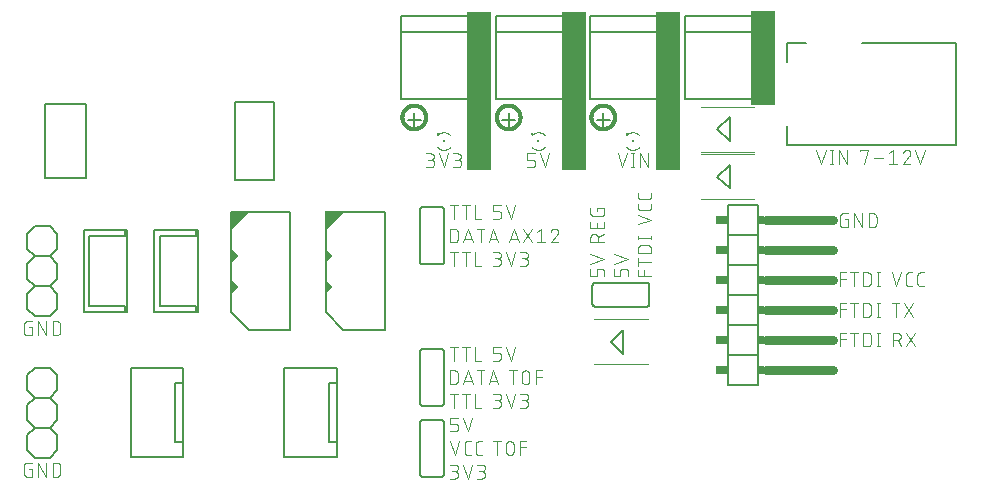
<source format=gbr>
G04 EAGLE Gerber RS-274X export*
G75*
%MOMM*%
%FSLAX34Y34*%
%LPD*%
%INSilkscreen Top*%
%IPPOS*%
%AMOC8*
5,1,8,0,0,1.08239X$1,22.5*%
G01*
%ADD10C,0.101600*%
%ADD11R,2.000000X13.500000*%
%ADD12R,2.000000X8.000000*%
%ADD13C,0.152400*%
%ADD14C,0.300000*%
%ADD15C,0.203200*%
%ADD16C,0.762000*%
%ADD17R,0.508000X0.762000*%
%ADD18R,1.016000X0.762000*%
%ADD19C,0.127000*%
%ADD20R,0.200000X0.200000*%
%ADD21R,0.150000X0.250000*%

G36*
X280107Y214379D02*
X280107Y214379D01*
X280131Y214379D01*
X280213Y214413D01*
X280298Y214440D01*
X280319Y214456D01*
X280338Y214464D01*
X280376Y214498D01*
X280448Y214552D01*
X295448Y229552D01*
X295499Y229625D01*
X295555Y229694D01*
X295563Y229716D01*
X295577Y229736D01*
X295599Y229822D01*
X295627Y229906D01*
X295627Y229930D01*
X295633Y229953D01*
X295623Y230042D01*
X295621Y230131D01*
X295612Y230153D01*
X295609Y230176D01*
X295570Y230256D01*
X295536Y230338D01*
X295520Y230356D01*
X295510Y230377D01*
X295445Y230438D01*
X295385Y230504D01*
X295364Y230515D01*
X295347Y230531D01*
X295265Y230566D01*
X295185Y230607D01*
X295159Y230610D01*
X295140Y230619D01*
X295090Y230621D01*
X295000Y230634D01*
X280000Y230634D01*
X279935Y230623D01*
X279869Y230621D01*
X279826Y230603D01*
X279779Y230595D01*
X279722Y230561D01*
X279662Y230536D01*
X279627Y230505D01*
X279586Y230480D01*
X279545Y230429D01*
X279496Y230385D01*
X279474Y230343D01*
X279445Y230306D01*
X279424Y230244D01*
X279393Y230185D01*
X279385Y230131D01*
X279373Y230094D01*
X279374Y230054D01*
X279366Y230000D01*
X279366Y215000D01*
X279382Y214912D01*
X279391Y214824D01*
X279401Y214803D01*
X279405Y214779D01*
X279451Y214702D01*
X279490Y214623D01*
X279507Y214606D01*
X279520Y214586D01*
X279589Y214530D01*
X279653Y214469D01*
X279675Y214460D01*
X279694Y214445D01*
X279778Y214416D01*
X279860Y214381D01*
X279884Y214380D01*
X279906Y214373D01*
X279995Y214375D01*
X280084Y214371D01*
X280107Y214379D01*
G37*
G36*
X200107Y214379D02*
X200107Y214379D01*
X200131Y214379D01*
X200213Y214413D01*
X200298Y214440D01*
X200319Y214456D01*
X200338Y214464D01*
X200376Y214498D01*
X200448Y214552D01*
X215448Y229552D01*
X215499Y229625D01*
X215555Y229694D01*
X215563Y229716D01*
X215577Y229736D01*
X215599Y229822D01*
X215627Y229906D01*
X215627Y229930D01*
X215633Y229953D01*
X215623Y230042D01*
X215621Y230131D01*
X215612Y230153D01*
X215609Y230176D01*
X215570Y230256D01*
X215536Y230338D01*
X215520Y230356D01*
X215510Y230377D01*
X215445Y230438D01*
X215385Y230504D01*
X215364Y230515D01*
X215347Y230531D01*
X215265Y230566D01*
X215185Y230607D01*
X215159Y230610D01*
X215140Y230619D01*
X215090Y230621D01*
X215000Y230634D01*
X200000Y230634D01*
X199935Y230623D01*
X199869Y230621D01*
X199826Y230603D01*
X199779Y230595D01*
X199722Y230561D01*
X199662Y230536D01*
X199627Y230505D01*
X199586Y230480D01*
X199545Y230429D01*
X199496Y230385D01*
X199474Y230343D01*
X199445Y230306D01*
X199424Y230244D01*
X199393Y230185D01*
X199385Y230131D01*
X199373Y230094D01*
X199374Y230054D01*
X199366Y230000D01*
X199366Y215000D01*
X199382Y214912D01*
X199391Y214824D01*
X199401Y214803D01*
X199405Y214779D01*
X199451Y214702D01*
X199490Y214623D01*
X199507Y214606D01*
X199520Y214586D01*
X199589Y214530D01*
X199653Y214469D01*
X199675Y214460D01*
X199694Y214445D01*
X199778Y214416D01*
X199860Y214381D01*
X199884Y214380D01*
X199906Y214373D01*
X199995Y214375D01*
X200084Y214371D01*
X200107Y214379D01*
G37*
G36*
X280107Y187379D02*
X280107Y187379D01*
X280131Y187379D01*
X280213Y187413D01*
X280298Y187440D01*
X280319Y187456D01*
X280338Y187464D01*
X280376Y187498D01*
X280448Y187552D01*
X285448Y192552D01*
X285486Y192606D01*
X285531Y192653D01*
X285550Y192697D01*
X285577Y192736D01*
X285593Y192799D01*
X285619Y192860D01*
X285621Y192907D01*
X285633Y192953D01*
X285626Y193018D01*
X285629Y193084D01*
X285614Y193129D01*
X285609Y193176D01*
X285580Y193235D01*
X285560Y193298D01*
X285527Y193342D01*
X285510Y193377D01*
X285481Y193404D01*
X285448Y193448D01*
X280448Y198448D01*
X280375Y198499D01*
X280306Y198555D01*
X280284Y198563D01*
X280264Y198577D01*
X280178Y198599D01*
X280094Y198627D01*
X280070Y198627D01*
X280047Y198633D01*
X279958Y198623D01*
X279869Y198621D01*
X279847Y198612D01*
X279824Y198609D01*
X279744Y198570D01*
X279662Y198536D01*
X279644Y198520D01*
X279623Y198510D01*
X279562Y198445D01*
X279496Y198385D01*
X279485Y198364D01*
X279469Y198347D01*
X279434Y198265D01*
X279393Y198185D01*
X279390Y198159D01*
X279381Y198140D01*
X279379Y198090D01*
X279366Y198000D01*
X279366Y188000D01*
X279382Y187912D01*
X279391Y187824D01*
X279401Y187803D01*
X279405Y187779D01*
X279451Y187702D01*
X279490Y187623D01*
X279507Y187606D01*
X279520Y187586D01*
X279589Y187530D01*
X279653Y187469D01*
X279675Y187460D01*
X279694Y187445D01*
X279778Y187416D01*
X279860Y187381D01*
X279884Y187380D01*
X279906Y187373D01*
X279995Y187375D01*
X280084Y187371D01*
X280107Y187379D01*
G37*
G36*
X200107Y187379D02*
X200107Y187379D01*
X200131Y187379D01*
X200213Y187413D01*
X200298Y187440D01*
X200319Y187456D01*
X200338Y187464D01*
X200376Y187498D01*
X200448Y187552D01*
X205448Y192552D01*
X205486Y192606D01*
X205531Y192653D01*
X205550Y192697D01*
X205577Y192736D01*
X205593Y192799D01*
X205619Y192860D01*
X205621Y192907D01*
X205633Y192953D01*
X205626Y193018D01*
X205629Y193084D01*
X205614Y193129D01*
X205609Y193176D01*
X205580Y193235D01*
X205560Y193298D01*
X205527Y193342D01*
X205510Y193377D01*
X205481Y193404D01*
X205448Y193448D01*
X200448Y198448D01*
X200375Y198499D01*
X200306Y198555D01*
X200284Y198563D01*
X200264Y198577D01*
X200178Y198599D01*
X200094Y198627D01*
X200070Y198627D01*
X200047Y198633D01*
X199958Y198623D01*
X199869Y198621D01*
X199847Y198612D01*
X199824Y198609D01*
X199744Y198570D01*
X199662Y198536D01*
X199644Y198520D01*
X199623Y198510D01*
X199562Y198445D01*
X199496Y198385D01*
X199485Y198364D01*
X199469Y198347D01*
X199434Y198265D01*
X199393Y198185D01*
X199390Y198159D01*
X199381Y198140D01*
X199379Y198090D01*
X199366Y198000D01*
X199366Y188000D01*
X199382Y187912D01*
X199391Y187824D01*
X199401Y187803D01*
X199405Y187779D01*
X199451Y187702D01*
X199490Y187623D01*
X199507Y187606D01*
X199520Y187586D01*
X199589Y187530D01*
X199653Y187469D01*
X199675Y187460D01*
X199694Y187445D01*
X199778Y187416D01*
X199860Y187381D01*
X199884Y187380D01*
X199906Y187373D01*
X199995Y187375D01*
X200084Y187371D01*
X200107Y187379D01*
G37*
G36*
X280107Y161379D02*
X280107Y161379D01*
X280131Y161379D01*
X280213Y161413D01*
X280298Y161440D01*
X280319Y161456D01*
X280338Y161464D01*
X280376Y161498D01*
X280448Y161552D01*
X285448Y166552D01*
X285486Y166606D01*
X285531Y166653D01*
X285550Y166697D01*
X285577Y166736D01*
X285593Y166799D01*
X285619Y166860D01*
X285621Y166907D01*
X285633Y166953D01*
X285626Y167018D01*
X285629Y167084D01*
X285614Y167129D01*
X285609Y167176D01*
X285580Y167235D01*
X285560Y167298D01*
X285527Y167342D01*
X285510Y167377D01*
X285481Y167404D01*
X285448Y167448D01*
X280448Y172448D01*
X280375Y172499D01*
X280306Y172555D01*
X280284Y172563D01*
X280264Y172577D01*
X280178Y172599D01*
X280094Y172627D01*
X280070Y172627D01*
X280047Y172633D01*
X279958Y172623D01*
X279869Y172621D01*
X279847Y172612D01*
X279824Y172609D01*
X279744Y172570D01*
X279662Y172536D01*
X279644Y172520D01*
X279623Y172510D01*
X279562Y172445D01*
X279496Y172385D01*
X279485Y172364D01*
X279469Y172347D01*
X279434Y172265D01*
X279393Y172185D01*
X279390Y172159D01*
X279381Y172140D01*
X279379Y172090D01*
X279366Y172000D01*
X279366Y162000D01*
X279382Y161912D01*
X279391Y161824D01*
X279401Y161803D01*
X279405Y161779D01*
X279451Y161702D01*
X279490Y161623D01*
X279507Y161606D01*
X279520Y161586D01*
X279589Y161530D01*
X279653Y161469D01*
X279675Y161460D01*
X279694Y161445D01*
X279778Y161416D01*
X279860Y161381D01*
X279884Y161380D01*
X279906Y161373D01*
X279995Y161375D01*
X280084Y161371D01*
X280107Y161379D01*
G37*
G36*
X200107Y161379D02*
X200107Y161379D01*
X200131Y161379D01*
X200213Y161413D01*
X200298Y161440D01*
X200319Y161456D01*
X200338Y161464D01*
X200376Y161498D01*
X200448Y161552D01*
X205448Y166552D01*
X205486Y166606D01*
X205531Y166653D01*
X205550Y166697D01*
X205577Y166736D01*
X205593Y166799D01*
X205619Y166860D01*
X205621Y166907D01*
X205633Y166953D01*
X205626Y167018D01*
X205629Y167084D01*
X205614Y167129D01*
X205609Y167176D01*
X205580Y167235D01*
X205560Y167298D01*
X205527Y167342D01*
X205510Y167377D01*
X205481Y167404D01*
X205448Y167448D01*
X200448Y172448D01*
X200375Y172499D01*
X200306Y172555D01*
X200284Y172563D01*
X200264Y172577D01*
X200178Y172599D01*
X200094Y172627D01*
X200070Y172627D01*
X200047Y172633D01*
X199958Y172623D01*
X199869Y172621D01*
X199847Y172612D01*
X199824Y172609D01*
X199744Y172570D01*
X199662Y172536D01*
X199644Y172520D01*
X199623Y172510D01*
X199562Y172445D01*
X199496Y172385D01*
X199485Y172364D01*
X199469Y172347D01*
X199434Y172265D01*
X199393Y172185D01*
X199390Y172159D01*
X199381Y172140D01*
X199379Y172090D01*
X199366Y172000D01*
X199366Y162000D01*
X199382Y161912D01*
X199391Y161824D01*
X199401Y161803D01*
X199405Y161779D01*
X199451Y161702D01*
X199490Y161623D01*
X199507Y161606D01*
X199520Y161586D01*
X199589Y161530D01*
X199653Y161469D01*
X199675Y161460D01*
X199694Y161445D01*
X199778Y161416D01*
X199860Y161381D01*
X199884Y161380D01*
X199906Y161373D01*
X199995Y161375D01*
X200084Y161371D01*
X200107Y161379D01*
G37*
D10*
X385508Y204158D02*
X385508Y215842D01*
X388754Y215842D01*
X388867Y215840D01*
X388980Y215834D01*
X389093Y215824D01*
X389206Y215810D01*
X389318Y215793D01*
X389429Y215771D01*
X389539Y215746D01*
X389649Y215716D01*
X389757Y215683D01*
X389864Y215646D01*
X389970Y215606D01*
X390074Y215561D01*
X390177Y215513D01*
X390278Y215462D01*
X390377Y215407D01*
X390474Y215349D01*
X390569Y215287D01*
X390662Y215222D01*
X390752Y215154D01*
X390840Y215083D01*
X390926Y215008D01*
X391009Y214931D01*
X391089Y214851D01*
X391166Y214768D01*
X391241Y214682D01*
X391312Y214594D01*
X391380Y214504D01*
X391445Y214411D01*
X391507Y214316D01*
X391565Y214219D01*
X391620Y214120D01*
X391671Y214019D01*
X391719Y213916D01*
X391764Y213812D01*
X391804Y213706D01*
X391841Y213599D01*
X391874Y213491D01*
X391904Y213381D01*
X391929Y213271D01*
X391951Y213160D01*
X391968Y213048D01*
X391982Y212935D01*
X391992Y212822D01*
X391998Y212709D01*
X392000Y212596D01*
X391999Y212596D02*
X391999Y207404D01*
X392000Y207404D02*
X391998Y207291D01*
X391992Y207178D01*
X391982Y207065D01*
X391968Y206952D01*
X391951Y206840D01*
X391929Y206729D01*
X391904Y206619D01*
X391874Y206509D01*
X391841Y206401D01*
X391804Y206294D01*
X391764Y206188D01*
X391719Y206084D01*
X391671Y205981D01*
X391620Y205880D01*
X391565Y205781D01*
X391507Y205684D01*
X391445Y205589D01*
X391380Y205496D01*
X391312Y205406D01*
X391241Y205318D01*
X391166Y205232D01*
X391089Y205149D01*
X391009Y205069D01*
X390926Y204992D01*
X390840Y204917D01*
X390752Y204846D01*
X390662Y204778D01*
X390569Y204713D01*
X390474Y204651D01*
X390377Y204593D01*
X390278Y204538D01*
X390177Y204487D01*
X390074Y204439D01*
X389970Y204394D01*
X389864Y204354D01*
X389757Y204317D01*
X389649Y204284D01*
X389539Y204254D01*
X389429Y204229D01*
X389318Y204207D01*
X389206Y204190D01*
X389093Y204176D01*
X388980Y204166D01*
X388867Y204160D01*
X388754Y204158D01*
X385508Y204158D01*
X396670Y204158D02*
X400565Y215842D01*
X404459Y204158D01*
X403486Y207079D02*
X397644Y207079D01*
X411233Y204158D02*
X411233Y215842D01*
X414478Y215842D02*
X407987Y215842D01*
X421901Y215842D02*
X418006Y204158D01*
X425795Y204158D02*
X421901Y215842D01*
X424822Y207079D02*
X418980Y207079D01*
X435532Y204158D02*
X439427Y215842D01*
X443321Y204158D01*
X442348Y207079D02*
X436506Y207079D01*
X446962Y204158D02*
X454751Y215842D01*
X446962Y215842D02*
X454751Y204158D01*
X459041Y213246D02*
X462286Y215842D01*
X462286Y204158D01*
X459041Y204158D02*
X465532Y204158D01*
X476962Y212921D02*
X476960Y213028D01*
X476954Y213134D01*
X476944Y213240D01*
X476931Y213346D01*
X476913Y213452D01*
X476892Y213556D01*
X476867Y213660D01*
X476838Y213763D01*
X476806Y213864D01*
X476769Y213964D01*
X476729Y214063D01*
X476686Y214161D01*
X476639Y214257D01*
X476588Y214351D01*
X476534Y214443D01*
X476477Y214533D01*
X476417Y214621D01*
X476353Y214706D01*
X476286Y214789D01*
X476216Y214870D01*
X476144Y214948D01*
X476068Y215024D01*
X475990Y215096D01*
X475909Y215166D01*
X475826Y215233D01*
X475741Y215297D01*
X475653Y215357D01*
X475563Y215414D01*
X475471Y215468D01*
X475377Y215519D01*
X475281Y215566D01*
X475183Y215609D01*
X475084Y215649D01*
X474984Y215686D01*
X474883Y215718D01*
X474780Y215747D01*
X474676Y215772D01*
X474572Y215793D01*
X474466Y215811D01*
X474360Y215824D01*
X474254Y215834D01*
X474148Y215840D01*
X474041Y215842D01*
X473920Y215840D01*
X473799Y215834D01*
X473679Y215824D01*
X473558Y215811D01*
X473439Y215793D01*
X473319Y215772D01*
X473201Y215747D01*
X473084Y215718D01*
X472967Y215685D01*
X472852Y215649D01*
X472738Y215608D01*
X472625Y215565D01*
X472513Y215517D01*
X472404Y215466D01*
X472296Y215411D01*
X472189Y215353D01*
X472085Y215292D01*
X471983Y215227D01*
X471883Y215159D01*
X471785Y215088D01*
X471689Y215014D01*
X471596Y214937D01*
X471506Y214856D01*
X471418Y214773D01*
X471333Y214687D01*
X471250Y214598D01*
X471171Y214507D01*
X471094Y214413D01*
X471021Y214317D01*
X470951Y214219D01*
X470884Y214118D01*
X470820Y214015D01*
X470760Y213910D01*
X470703Y213803D01*
X470649Y213695D01*
X470599Y213585D01*
X470553Y213473D01*
X470510Y213360D01*
X470471Y213245D01*
X475989Y210649D02*
X476068Y210726D01*
X476144Y210807D01*
X476217Y210890D01*
X476287Y210975D01*
X476354Y211063D01*
X476418Y211153D01*
X476478Y211245D01*
X476535Y211340D01*
X476589Y211436D01*
X476640Y211534D01*
X476687Y211634D01*
X476731Y211736D01*
X476771Y211839D01*
X476807Y211943D01*
X476839Y212049D01*
X476868Y212155D01*
X476893Y212263D01*
X476915Y212371D01*
X476932Y212481D01*
X476946Y212590D01*
X476955Y212700D01*
X476961Y212811D01*
X476963Y212921D01*
X475988Y210649D02*
X470471Y204158D01*
X476962Y204158D01*
X388754Y224158D02*
X388754Y235842D01*
X391999Y235842D02*
X385508Y235842D01*
X398660Y235842D02*
X398660Y224158D01*
X395414Y235842D02*
X401905Y235842D01*
X406486Y235842D02*
X406486Y224158D01*
X411678Y224158D01*
X422084Y224158D02*
X425979Y224158D01*
X426078Y224160D01*
X426178Y224166D01*
X426277Y224175D01*
X426375Y224188D01*
X426473Y224205D01*
X426571Y224226D01*
X426667Y224251D01*
X426762Y224279D01*
X426856Y224311D01*
X426949Y224346D01*
X427041Y224385D01*
X427131Y224428D01*
X427219Y224473D01*
X427306Y224523D01*
X427390Y224575D01*
X427473Y224631D01*
X427553Y224689D01*
X427631Y224751D01*
X427706Y224816D01*
X427779Y224884D01*
X427849Y224954D01*
X427917Y225027D01*
X427982Y225102D01*
X428044Y225180D01*
X428102Y225260D01*
X428158Y225343D01*
X428210Y225427D01*
X428260Y225514D01*
X428305Y225602D01*
X428348Y225692D01*
X428387Y225784D01*
X428422Y225877D01*
X428454Y225971D01*
X428482Y226066D01*
X428507Y226162D01*
X428528Y226260D01*
X428545Y226358D01*
X428558Y226456D01*
X428567Y226555D01*
X428573Y226655D01*
X428575Y226754D01*
X428575Y228053D01*
X428573Y228152D01*
X428567Y228252D01*
X428558Y228351D01*
X428545Y228449D01*
X428528Y228547D01*
X428507Y228645D01*
X428482Y228741D01*
X428454Y228836D01*
X428422Y228930D01*
X428387Y229023D01*
X428348Y229115D01*
X428305Y229205D01*
X428260Y229293D01*
X428210Y229380D01*
X428158Y229464D01*
X428102Y229547D01*
X428044Y229627D01*
X427982Y229705D01*
X427917Y229780D01*
X427849Y229853D01*
X427779Y229923D01*
X427706Y229991D01*
X427631Y230056D01*
X427553Y230118D01*
X427473Y230176D01*
X427390Y230232D01*
X427306Y230284D01*
X427219Y230334D01*
X427131Y230379D01*
X427041Y230422D01*
X426949Y230461D01*
X426856Y230496D01*
X426762Y230528D01*
X426667Y230556D01*
X426571Y230581D01*
X426473Y230602D01*
X426375Y230619D01*
X426277Y230632D01*
X426178Y230641D01*
X426078Y230647D01*
X425979Y230649D01*
X422084Y230649D01*
X422084Y235842D01*
X428575Y235842D01*
X432865Y235842D02*
X436759Y224158D01*
X440654Y235842D01*
X388754Y195842D02*
X388754Y184158D01*
X385508Y195842D02*
X391999Y195842D01*
X398660Y195842D02*
X398660Y184158D01*
X395414Y195842D02*
X401905Y195842D01*
X406486Y195842D02*
X406486Y184158D01*
X411678Y184158D01*
X422084Y184158D02*
X425329Y184158D01*
X425442Y184160D01*
X425555Y184166D01*
X425668Y184176D01*
X425781Y184190D01*
X425893Y184207D01*
X426004Y184229D01*
X426114Y184254D01*
X426224Y184284D01*
X426332Y184317D01*
X426439Y184354D01*
X426545Y184394D01*
X426649Y184439D01*
X426752Y184487D01*
X426853Y184538D01*
X426952Y184593D01*
X427049Y184651D01*
X427144Y184713D01*
X427237Y184778D01*
X427327Y184846D01*
X427415Y184917D01*
X427501Y184992D01*
X427584Y185069D01*
X427664Y185149D01*
X427741Y185232D01*
X427816Y185318D01*
X427887Y185406D01*
X427955Y185496D01*
X428020Y185589D01*
X428082Y185684D01*
X428140Y185781D01*
X428195Y185880D01*
X428246Y185981D01*
X428294Y186084D01*
X428339Y186188D01*
X428379Y186294D01*
X428416Y186401D01*
X428449Y186509D01*
X428479Y186619D01*
X428504Y186729D01*
X428526Y186840D01*
X428543Y186952D01*
X428557Y187065D01*
X428567Y187178D01*
X428573Y187291D01*
X428575Y187404D01*
X428573Y187517D01*
X428567Y187630D01*
X428557Y187743D01*
X428543Y187856D01*
X428526Y187968D01*
X428504Y188079D01*
X428479Y188189D01*
X428449Y188299D01*
X428416Y188407D01*
X428379Y188514D01*
X428339Y188620D01*
X428294Y188724D01*
X428246Y188827D01*
X428195Y188928D01*
X428140Y189027D01*
X428082Y189124D01*
X428020Y189219D01*
X427955Y189312D01*
X427887Y189402D01*
X427816Y189490D01*
X427741Y189576D01*
X427664Y189659D01*
X427584Y189739D01*
X427501Y189816D01*
X427415Y189891D01*
X427327Y189962D01*
X427237Y190030D01*
X427144Y190095D01*
X427049Y190157D01*
X426952Y190215D01*
X426853Y190270D01*
X426752Y190321D01*
X426649Y190369D01*
X426545Y190414D01*
X426439Y190454D01*
X426332Y190491D01*
X426224Y190524D01*
X426114Y190554D01*
X426004Y190579D01*
X425893Y190601D01*
X425781Y190618D01*
X425668Y190632D01*
X425555Y190642D01*
X425442Y190648D01*
X425329Y190650D01*
X425979Y195842D02*
X422084Y195842D01*
X425979Y195842D02*
X426080Y195840D01*
X426180Y195834D01*
X426280Y195824D01*
X426380Y195811D01*
X426479Y195793D01*
X426578Y195772D01*
X426675Y195747D01*
X426772Y195718D01*
X426867Y195685D01*
X426961Y195649D01*
X427053Y195609D01*
X427144Y195566D01*
X427233Y195519D01*
X427320Y195469D01*
X427406Y195415D01*
X427489Y195358D01*
X427569Y195298D01*
X427648Y195235D01*
X427724Y195168D01*
X427797Y195099D01*
X427867Y195027D01*
X427935Y194953D01*
X428000Y194876D01*
X428061Y194796D01*
X428120Y194714D01*
X428175Y194630D01*
X428227Y194544D01*
X428276Y194456D01*
X428321Y194366D01*
X428363Y194274D01*
X428401Y194181D01*
X428435Y194086D01*
X428466Y193991D01*
X428493Y193894D01*
X428516Y193796D01*
X428536Y193697D01*
X428551Y193597D01*
X428563Y193497D01*
X428571Y193397D01*
X428575Y193296D01*
X428575Y193196D01*
X428571Y193095D01*
X428563Y192995D01*
X428551Y192895D01*
X428536Y192795D01*
X428516Y192696D01*
X428493Y192598D01*
X428466Y192501D01*
X428435Y192406D01*
X428401Y192311D01*
X428363Y192218D01*
X428321Y192126D01*
X428276Y192036D01*
X428227Y191948D01*
X428175Y191862D01*
X428120Y191778D01*
X428061Y191696D01*
X428000Y191616D01*
X427935Y191539D01*
X427867Y191465D01*
X427797Y191393D01*
X427724Y191324D01*
X427648Y191257D01*
X427569Y191194D01*
X427489Y191134D01*
X427406Y191077D01*
X427320Y191023D01*
X427233Y190973D01*
X427144Y190926D01*
X427053Y190883D01*
X426961Y190843D01*
X426867Y190807D01*
X426772Y190774D01*
X426675Y190745D01*
X426578Y190720D01*
X426479Y190699D01*
X426380Y190681D01*
X426280Y190668D01*
X426180Y190658D01*
X426080Y190652D01*
X425979Y190650D01*
X425979Y190649D02*
X423382Y190649D01*
X432865Y195842D02*
X436759Y184158D01*
X440654Y195842D01*
X444944Y184158D02*
X448189Y184158D01*
X448302Y184160D01*
X448415Y184166D01*
X448528Y184176D01*
X448641Y184190D01*
X448753Y184207D01*
X448864Y184229D01*
X448974Y184254D01*
X449084Y184284D01*
X449192Y184317D01*
X449299Y184354D01*
X449405Y184394D01*
X449509Y184439D01*
X449612Y184487D01*
X449713Y184538D01*
X449812Y184593D01*
X449909Y184651D01*
X450004Y184713D01*
X450097Y184778D01*
X450187Y184846D01*
X450275Y184917D01*
X450361Y184992D01*
X450444Y185069D01*
X450524Y185149D01*
X450601Y185232D01*
X450676Y185318D01*
X450747Y185406D01*
X450815Y185496D01*
X450880Y185589D01*
X450942Y185684D01*
X451000Y185781D01*
X451055Y185880D01*
X451106Y185981D01*
X451154Y186084D01*
X451199Y186188D01*
X451239Y186294D01*
X451276Y186401D01*
X451309Y186509D01*
X451339Y186619D01*
X451364Y186729D01*
X451386Y186840D01*
X451403Y186952D01*
X451417Y187065D01*
X451427Y187178D01*
X451433Y187291D01*
X451435Y187404D01*
X451433Y187517D01*
X451427Y187630D01*
X451417Y187743D01*
X451403Y187856D01*
X451386Y187968D01*
X451364Y188079D01*
X451339Y188189D01*
X451309Y188299D01*
X451276Y188407D01*
X451239Y188514D01*
X451199Y188620D01*
X451154Y188724D01*
X451106Y188827D01*
X451055Y188928D01*
X451000Y189027D01*
X450942Y189124D01*
X450880Y189219D01*
X450815Y189312D01*
X450747Y189402D01*
X450676Y189490D01*
X450601Y189576D01*
X450524Y189659D01*
X450444Y189739D01*
X450361Y189816D01*
X450275Y189891D01*
X450187Y189962D01*
X450097Y190030D01*
X450004Y190095D01*
X449909Y190157D01*
X449812Y190215D01*
X449713Y190270D01*
X449612Y190321D01*
X449509Y190369D01*
X449405Y190414D01*
X449299Y190454D01*
X449192Y190491D01*
X449084Y190524D01*
X448974Y190554D01*
X448864Y190579D01*
X448753Y190601D01*
X448641Y190618D01*
X448528Y190632D01*
X448415Y190642D01*
X448302Y190648D01*
X448189Y190650D01*
X448839Y195842D02*
X444944Y195842D01*
X448839Y195842D02*
X448940Y195840D01*
X449040Y195834D01*
X449140Y195824D01*
X449240Y195811D01*
X449339Y195793D01*
X449438Y195772D01*
X449535Y195747D01*
X449632Y195718D01*
X449727Y195685D01*
X449821Y195649D01*
X449913Y195609D01*
X450004Y195566D01*
X450093Y195519D01*
X450180Y195469D01*
X450266Y195415D01*
X450349Y195358D01*
X450429Y195298D01*
X450508Y195235D01*
X450584Y195168D01*
X450657Y195099D01*
X450727Y195027D01*
X450795Y194953D01*
X450860Y194876D01*
X450921Y194796D01*
X450980Y194714D01*
X451035Y194630D01*
X451087Y194544D01*
X451136Y194456D01*
X451181Y194366D01*
X451223Y194274D01*
X451261Y194181D01*
X451295Y194086D01*
X451326Y193991D01*
X451353Y193894D01*
X451376Y193796D01*
X451396Y193697D01*
X451411Y193597D01*
X451423Y193497D01*
X451431Y193397D01*
X451435Y193296D01*
X451435Y193196D01*
X451431Y193095D01*
X451423Y192995D01*
X451411Y192895D01*
X451396Y192795D01*
X451376Y192696D01*
X451353Y192598D01*
X451326Y192501D01*
X451295Y192406D01*
X451261Y192311D01*
X451223Y192218D01*
X451181Y192126D01*
X451136Y192036D01*
X451087Y191948D01*
X451035Y191862D01*
X450980Y191778D01*
X450921Y191696D01*
X450860Y191616D01*
X450795Y191539D01*
X450727Y191465D01*
X450657Y191393D01*
X450584Y191324D01*
X450508Y191257D01*
X450429Y191194D01*
X450349Y191134D01*
X450266Y191077D01*
X450180Y191023D01*
X450093Y190973D01*
X450004Y190926D01*
X449913Y190883D01*
X449821Y190843D01*
X449727Y190807D01*
X449632Y190774D01*
X449535Y190745D01*
X449438Y190720D01*
X449339Y190699D01*
X449240Y190681D01*
X449140Y190668D01*
X449040Y190658D01*
X448940Y190652D01*
X448839Y190650D01*
X448839Y190649D02*
X446242Y190649D01*
X385508Y95842D02*
X385508Y84158D01*
X385508Y95842D02*
X388754Y95842D01*
X388867Y95840D01*
X388980Y95834D01*
X389093Y95824D01*
X389206Y95810D01*
X389318Y95793D01*
X389429Y95771D01*
X389539Y95746D01*
X389649Y95716D01*
X389757Y95683D01*
X389864Y95646D01*
X389970Y95606D01*
X390074Y95561D01*
X390177Y95513D01*
X390278Y95462D01*
X390377Y95407D01*
X390474Y95349D01*
X390569Y95287D01*
X390662Y95222D01*
X390752Y95154D01*
X390840Y95083D01*
X390926Y95008D01*
X391009Y94931D01*
X391089Y94851D01*
X391166Y94768D01*
X391241Y94682D01*
X391312Y94594D01*
X391380Y94504D01*
X391445Y94411D01*
X391507Y94316D01*
X391565Y94219D01*
X391620Y94120D01*
X391671Y94019D01*
X391719Y93916D01*
X391764Y93812D01*
X391804Y93706D01*
X391841Y93599D01*
X391874Y93491D01*
X391904Y93381D01*
X391929Y93271D01*
X391951Y93160D01*
X391968Y93048D01*
X391982Y92935D01*
X391992Y92822D01*
X391998Y92709D01*
X392000Y92596D01*
X391999Y92596D02*
X391999Y87404D01*
X392000Y87404D02*
X391998Y87291D01*
X391992Y87178D01*
X391982Y87065D01*
X391968Y86952D01*
X391951Y86840D01*
X391929Y86729D01*
X391904Y86619D01*
X391874Y86509D01*
X391841Y86401D01*
X391804Y86294D01*
X391764Y86188D01*
X391719Y86084D01*
X391671Y85981D01*
X391620Y85880D01*
X391565Y85781D01*
X391507Y85684D01*
X391445Y85589D01*
X391380Y85496D01*
X391312Y85406D01*
X391241Y85318D01*
X391166Y85232D01*
X391089Y85149D01*
X391009Y85069D01*
X390926Y84992D01*
X390840Y84917D01*
X390752Y84846D01*
X390662Y84778D01*
X390569Y84713D01*
X390474Y84651D01*
X390377Y84593D01*
X390278Y84538D01*
X390177Y84487D01*
X390074Y84439D01*
X389970Y84394D01*
X389864Y84354D01*
X389757Y84317D01*
X389649Y84284D01*
X389539Y84254D01*
X389429Y84229D01*
X389318Y84207D01*
X389206Y84190D01*
X389093Y84176D01*
X388980Y84166D01*
X388867Y84160D01*
X388754Y84158D01*
X385508Y84158D01*
X396670Y84158D02*
X400565Y95842D01*
X404459Y84158D01*
X403486Y87079D02*
X397644Y87079D01*
X411233Y84158D02*
X411233Y95842D01*
X414478Y95842D02*
X407987Y95842D01*
X421901Y95842D02*
X418006Y84158D01*
X425795Y84158D02*
X421901Y95842D01*
X424822Y87079D02*
X418980Y87079D01*
X438664Y84158D02*
X438664Y95842D01*
X435419Y95842D02*
X441910Y95842D01*
X446087Y92596D02*
X446087Y87404D01*
X446086Y92596D02*
X446088Y92709D01*
X446094Y92822D01*
X446104Y92935D01*
X446118Y93048D01*
X446135Y93160D01*
X446157Y93271D01*
X446182Y93381D01*
X446212Y93491D01*
X446245Y93599D01*
X446282Y93706D01*
X446322Y93812D01*
X446367Y93916D01*
X446415Y94019D01*
X446466Y94120D01*
X446521Y94219D01*
X446579Y94316D01*
X446641Y94411D01*
X446706Y94504D01*
X446774Y94594D01*
X446845Y94682D01*
X446920Y94768D01*
X446997Y94851D01*
X447077Y94931D01*
X447160Y95008D01*
X447246Y95083D01*
X447334Y95154D01*
X447424Y95222D01*
X447517Y95287D01*
X447612Y95349D01*
X447709Y95407D01*
X447808Y95462D01*
X447909Y95513D01*
X448012Y95561D01*
X448116Y95606D01*
X448222Y95646D01*
X448329Y95683D01*
X448437Y95716D01*
X448547Y95746D01*
X448657Y95771D01*
X448768Y95793D01*
X448880Y95810D01*
X448993Y95824D01*
X449106Y95834D01*
X449219Y95840D01*
X449332Y95842D01*
X449445Y95840D01*
X449558Y95834D01*
X449671Y95824D01*
X449784Y95810D01*
X449896Y95793D01*
X450007Y95771D01*
X450117Y95746D01*
X450227Y95716D01*
X450335Y95683D01*
X450442Y95646D01*
X450548Y95606D01*
X450652Y95561D01*
X450755Y95513D01*
X450856Y95462D01*
X450955Y95407D01*
X451052Y95349D01*
X451147Y95287D01*
X451240Y95222D01*
X451330Y95154D01*
X451418Y95083D01*
X451504Y95008D01*
X451587Y94931D01*
X451667Y94851D01*
X451744Y94768D01*
X451819Y94682D01*
X451890Y94594D01*
X451958Y94504D01*
X452023Y94411D01*
X452085Y94316D01*
X452143Y94219D01*
X452198Y94120D01*
X452249Y94019D01*
X452297Y93916D01*
X452342Y93812D01*
X452382Y93706D01*
X452419Y93599D01*
X452452Y93491D01*
X452482Y93381D01*
X452507Y93271D01*
X452529Y93160D01*
X452546Y93048D01*
X452560Y92935D01*
X452570Y92822D01*
X452576Y92709D01*
X452578Y92596D01*
X452578Y87404D01*
X452576Y87291D01*
X452570Y87178D01*
X452560Y87065D01*
X452546Y86952D01*
X452529Y86840D01*
X452507Y86729D01*
X452482Y86619D01*
X452452Y86509D01*
X452419Y86401D01*
X452382Y86294D01*
X452342Y86188D01*
X452297Y86084D01*
X452249Y85981D01*
X452198Y85880D01*
X452143Y85781D01*
X452085Y85684D01*
X452023Y85589D01*
X451958Y85496D01*
X451890Y85406D01*
X451819Y85318D01*
X451744Y85232D01*
X451667Y85149D01*
X451587Y85069D01*
X451504Y84992D01*
X451418Y84917D01*
X451330Y84846D01*
X451240Y84778D01*
X451147Y84713D01*
X451052Y84651D01*
X450955Y84593D01*
X450856Y84538D01*
X450755Y84487D01*
X450652Y84439D01*
X450548Y84394D01*
X450442Y84354D01*
X450335Y84317D01*
X450227Y84284D01*
X450117Y84254D01*
X450007Y84229D01*
X449896Y84207D01*
X449784Y84190D01*
X449671Y84176D01*
X449558Y84166D01*
X449445Y84160D01*
X449332Y84158D01*
X449219Y84160D01*
X449106Y84166D01*
X448993Y84176D01*
X448880Y84190D01*
X448768Y84207D01*
X448657Y84229D01*
X448547Y84254D01*
X448437Y84284D01*
X448329Y84317D01*
X448222Y84354D01*
X448116Y84394D01*
X448012Y84439D01*
X447909Y84487D01*
X447808Y84538D01*
X447709Y84593D01*
X447612Y84651D01*
X447517Y84713D01*
X447424Y84778D01*
X447334Y84846D01*
X447246Y84917D01*
X447160Y84992D01*
X447077Y85069D01*
X446997Y85149D01*
X446920Y85232D01*
X446845Y85318D01*
X446774Y85406D01*
X446706Y85496D01*
X446641Y85589D01*
X446579Y85684D01*
X446521Y85781D01*
X446466Y85880D01*
X446415Y85981D01*
X446367Y86084D01*
X446322Y86188D01*
X446282Y86294D01*
X446245Y86401D01*
X446212Y86509D01*
X446182Y86619D01*
X446157Y86729D01*
X446135Y86840D01*
X446118Y86952D01*
X446104Y87065D01*
X446094Y87178D01*
X446088Y87291D01*
X446086Y87404D01*
X457920Y84158D02*
X457920Y95842D01*
X463113Y95842D01*
X463113Y90649D02*
X457920Y90649D01*
X388754Y104158D02*
X388754Y115842D01*
X391999Y115842D02*
X385508Y115842D01*
X398660Y115842D02*
X398660Y104158D01*
X395414Y115842D02*
X401905Y115842D01*
X406486Y115842D02*
X406486Y104158D01*
X411678Y104158D01*
X422084Y104158D02*
X425979Y104158D01*
X426078Y104160D01*
X426178Y104166D01*
X426277Y104175D01*
X426375Y104188D01*
X426473Y104205D01*
X426571Y104226D01*
X426667Y104251D01*
X426762Y104279D01*
X426856Y104311D01*
X426949Y104346D01*
X427041Y104385D01*
X427131Y104428D01*
X427219Y104473D01*
X427306Y104523D01*
X427390Y104575D01*
X427473Y104631D01*
X427553Y104689D01*
X427631Y104751D01*
X427706Y104816D01*
X427779Y104884D01*
X427849Y104954D01*
X427917Y105027D01*
X427982Y105102D01*
X428044Y105180D01*
X428102Y105260D01*
X428158Y105343D01*
X428210Y105427D01*
X428260Y105514D01*
X428305Y105602D01*
X428348Y105692D01*
X428387Y105784D01*
X428422Y105877D01*
X428454Y105971D01*
X428482Y106066D01*
X428507Y106162D01*
X428528Y106260D01*
X428545Y106358D01*
X428558Y106456D01*
X428567Y106555D01*
X428573Y106655D01*
X428575Y106754D01*
X428575Y108053D01*
X428573Y108152D01*
X428567Y108252D01*
X428558Y108351D01*
X428545Y108449D01*
X428528Y108547D01*
X428507Y108645D01*
X428482Y108741D01*
X428454Y108836D01*
X428422Y108930D01*
X428387Y109023D01*
X428348Y109115D01*
X428305Y109205D01*
X428260Y109293D01*
X428210Y109380D01*
X428158Y109464D01*
X428102Y109547D01*
X428044Y109627D01*
X427982Y109705D01*
X427917Y109780D01*
X427849Y109853D01*
X427779Y109923D01*
X427706Y109991D01*
X427631Y110056D01*
X427553Y110118D01*
X427473Y110176D01*
X427390Y110232D01*
X427306Y110284D01*
X427219Y110334D01*
X427131Y110379D01*
X427041Y110422D01*
X426949Y110461D01*
X426856Y110496D01*
X426762Y110528D01*
X426667Y110556D01*
X426571Y110581D01*
X426473Y110602D01*
X426375Y110619D01*
X426277Y110632D01*
X426178Y110641D01*
X426078Y110647D01*
X425979Y110649D01*
X422084Y110649D01*
X422084Y115842D01*
X428575Y115842D01*
X432865Y115842D02*
X436759Y104158D01*
X440654Y115842D01*
X388754Y75842D02*
X388754Y64158D01*
X385508Y75842D02*
X391999Y75842D01*
X398660Y75842D02*
X398660Y64158D01*
X395414Y75842D02*
X401905Y75842D01*
X406486Y75842D02*
X406486Y64158D01*
X411678Y64158D01*
X422084Y64158D02*
X425329Y64158D01*
X425442Y64160D01*
X425555Y64166D01*
X425668Y64176D01*
X425781Y64190D01*
X425893Y64207D01*
X426004Y64229D01*
X426114Y64254D01*
X426224Y64284D01*
X426332Y64317D01*
X426439Y64354D01*
X426545Y64394D01*
X426649Y64439D01*
X426752Y64487D01*
X426853Y64538D01*
X426952Y64593D01*
X427049Y64651D01*
X427144Y64713D01*
X427237Y64778D01*
X427327Y64846D01*
X427415Y64917D01*
X427501Y64992D01*
X427584Y65069D01*
X427664Y65149D01*
X427741Y65232D01*
X427816Y65318D01*
X427887Y65406D01*
X427955Y65496D01*
X428020Y65589D01*
X428082Y65684D01*
X428140Y65781D01*
X428195Y65880D01*
X428246Y65981D01*
X428294Y66084D01*
X428339Y66188D01*
X428379Y66294D01*
X428416Y66401D01*
X428449Y66509D01*
X428479Y66619D01*
X428504Y66729D01*
X428526Y66840D01*
X428543Y66952D01*
X428557Y67065D01*
X428567Y67178D01*
X428573Y67291D01*
X428575Y67404D01*
X428573Y67517D01*
X428567Y67630D01*
X428557Y67743D01*
X428543Y67856D01*
X428526Y67968D01*
X428504Y68079D01*
X428479Y68189D01*
X428449Y68299D01*
X428416Y68407D01*
X428379Y68514D01*
X428339Y68620D01*
X428294Y68724D01*
X428246Y68827D01*
X428195Y68928D01*
X428140Y69027D01*
X428082Y69124D01*
X428020Y69219D01*
X427955Y69312D01*
X427887Y69402D01*
X427816Y69490D01*
X427741Y69576D01*
X427664Y69659D01*
X427584Y69739D01*
X427501Y69816D01*
X427415Y69891D01*
X427327Y69962D01*
X427237Y70030D01*
X427144Y70095D01*
X427049Y70157D01*
X426952Y70215D01*
X426853Y70270D01*
X426752Y70321D01*
X426649Y70369D01*
X426545Y70414D01*
X426439Y70454D01*
X426332Y70491D01*
X426224Y70524D01*
X426114Y70554D01*
X426004Y70579D01*
X425893Y70601D01*
X425781Y70618D01*
X425668Y70632D01*
X425555Y70642D01*
X425442Y70648D01*
X425329Y70650D01*
X425979Y75842D02*
X422084Y75842D01*
X425979Y75842D02*
X426080Y75840D01*
X426180Y75834D01*
X426280Y75824D01*
X426380Y75811D01*
X426479Y75793D01*
X426578Y75772D01*
X426675Y75747D01*
X426772Y75718D01*
X426867Y75685D01*
X426961Y75649D01*
X427053Y75609D01*
X427144Y75566D01*
X427233Y75519D01*
X427320Y75469D01*
X427406Y75415D01*
X427489Y75358D01*
X427569Y75298D01*
X427648Y75235D01*
X427724Y75168D01*
X427797Y75099D01*
X427867Y75027D01*
X427935Y74953D01*
X428000Y74876D01*
X428061Y74796D01*
X428120Y74714D01*
X428175Y74630D01*
X428227Y74544D01*
X428276Y74456D01*
X428321Y74366D01*
X428363Y74274D01*
X428401Y74181D01*
X428435Y74086D01*
X428466Y73991D01*
X428493Y73894D01*
X428516Y73796D01*
X428536Y73697D01*
X428551Y73597D01*
X428563Y73497D01*
X428571Y73397D01*
X428575Y73296D01*
X428575Y73196D01*
X428571Y73095D01*
X428563Y72995D01*
X428551Y72895D01*
X428536Y72795D01*
X428516Y72696D01*
X428493Y72598D01*
X428466Y72501D01*
X428435Y72406D01*
X428401Y72311D01*
X428363Y72218D01*
X428321Y72126D01*
X428276Y72036D01*
X428227Y71948D01*
X428175Y71862D01*
X428120Y71778D01*
X428061Y71696D01*
X428000Y71616D01*
X427935Y71539D01*
X427867Y71465D01*
X427797Y71393D01*
X427724Y71324D01*
X427648Y71257D01*
X427569Y71194D01*
X427489Y71134D01*
X427406Y71077D01*
X427320Y71023D01*
X427233Y70973D01*
X427144Y70926D01*
X427053Y70883D01*
X426961Y70843D01*
X426867Y70807D01*
X426772Y70774D01*
X426675Y70745D01*
X426578Y70720D01*
X426479Y70699D01*
X426380Y70681D01*
X426280Y70668D01*
X426180Y70658D01*
X426080Y70652D01*
X425979Y70650D01*
X425979Y70649D02*
X423382Y70649D01*
X432865Y75842D02*
X436759Y64158D01*
X440654Y75842D01*
X444944Y64158D02*
X448189Y64158D01*
X448302Y64160D01*
X448415Y64166D01*
X448528Y64176D01*
X448641Y64190D01*
X448753Y64207D01*
X448864Y64229D01*
X448974Y64254D01*
X449084Y64284D01*
X449192Y64317D01*
X449299Y64354D01*
X449405Y64394D01*
X449509Y64439D01*
X449612Y64487D01*
X449713Y64538D01*
X449812Y64593D01*
X449909Y64651D01*
X450004Y64713D01*
X450097Y64778D01*
X450187Y64846D01*
X450275Y64917D01*
X450361Y64992D01*
X450444Y65069D01*
X450524Y65149D01*
X450601Y65232D01*
X450676Y65318D01*
X450747Y65406D01*
X450815Y65496D01*
X450880Y65589D01*
X450942Y65684D01*
X451000Y65781D01*
X451055Y65880D01*
X451106Y65981D01*
X451154Y66084D01*
X451199Y66188D01*
X451239Y66294D01*
X451276Y66401D01*
X451309Y66509D01*
X451339Y66619D01*
X451364Y66729D01*
X451386Y66840D01*
X451403Y66952D01*
X451417Y67065D01*
X451427Y67178D01*
X451433Y67291D01*
X451435Y67404D01*
X451433Y67517D01*
X451427Y67630D01*
X451417Y67743D01*
X451403Y67856D01*
X451386Y67968D01*
X451364Y68079D01*
X451339Y68189D01*
X451309Y68299D01*
X451276Y68407D01*
X451239Y68514D01*
X451199Y68620D01*
X451154Y68724D01*
X451106Y68827D01*
X451055Y68928D01*
X451000Y69027D01*
X450942Y69124D01*
X450880Y69219D01*
X450815Y69312D01*
X450747Y69402D01*
X450676Y69490D01*
X450601Y69576D01*
X450524Y69659D01*
X450444Y69739D01*
X450361Y69816D01*
X450275Y69891D01*
X450187Y69962D01*
X450097Y70030D01*
X450004Y70095D01*
X449909Y70157D01*
X449812Y70215D01*
X449713Y70270D01*
X449612Y70321D01*
X449509Y70369D01*
X449405Y70414D01*
X449299Y70454D01*
X449192Y70491D01*
X449084Y70524D01*
X448974Y70554D01*
X448864Y70579D01*
X448753Y70601D01*
X448641Y70618D01*
X448528Y70632D01*
X448415Y70642D01*
X448302Y70648D01*
X448189Y70650D01*
X448839Y75842D02*
X444944Y75842D01*
X448839Y75842D02*
X448940Y75840D01*
X449040Y75834D01*
X449140Y75824D01*
X449240Y75811D01*
X449339Y75793D01*
X449438Y75772D01*
X449535Y75747D01*
X449632Y75718D01*
X449727Y75685D01*
X449821Y75649D01*
X449913Y75609D01*
X450004Y75566D01*
X450093Y75519D01*
X450180Y75469D01*
X450266Y75415D01*
X450349Y75358D01*
X450429Y75298D01*
X450508Y75235D01*
X450584Y75168D01*
X450657Y75099D01*
X450727Y75027D01*
X450795Y74953D01*
X450860Y74876D01*
X450921Y74796D01*
X450980Y74714D01*
X451035Y74630D01*
X451087Y74544D01*
X451136Y74456D01*
X451181Y74366D01*
X451223Y74274D01*
X451261Y74181D01*
X451295Y74086D01*
X451326Y73991D01*
X451353Y73894D01*
X451376Y73796D01*
X451396Y73697D01*
X451411Y73597D01*
X451423Y73497D01*
X451431Y73397D01*
X451435Y73296D01*
X451435Y73196D01*
X451431Y73095D01*
X451423Y72995D01*
X451411Y72895D01*
X451396Y72795D01*
X451376Y72696D01*
X451353Y72598D01*
X451326Y72501D01*
X451295Y72406D01*
X451261Y72311D01*
X451223Y72218D01*
X451181Y72126D01*
X451136Y72036D01*
X451087Y71948D01*
X451035Y71862D01*
X450980Y71778D01*
X450921Y71696D01*
X450860Y71616D01*
X450795Y71539D01*
X450727Y71465D01*
X450657Y71393D01*
X450584Y71324D01*
X450508Y71257D01*
X450429Y71194D01*
X450349Y71134D01*
X450266Y71077D01*
X450180Y71023D01*
X450093Y70973D01*
X450004Y70926D01*
X449913Y70883D01*
X449821Y70843D01*
X449727Y70807D01*
X449632Y70774D01*
X449535Y70745D01*
X449438Y70720D01*
X449339Y70699D01*
X449240Y70681D01*
X449140Y70668D01*
X449040Y70658D01*
X448940Y70652D01*
X448839Y70650D01*
X448839Y70649D02*
X446242Y70649D01*
X385508Y35842D02*
X389403Y24158D01*
X393297Y35842D01*
X400150Y24158D02*
X402747Y24158D01*
X400150Y24158D02*
X400051Y24160D01*
X399951Y24166D01*
X399852Y24175D01*
X399754Y24188D01*
X399656Y24205D01*
X399558Y24226D01*
X399462Y24251D01*
X399367Y24279D01*
X399273Y24311D01*
X399180Y24346D01*
X399088Y24385D01*
X398998Y24428D01*
X398910Y24473D01*
X398823Y24523D01*
X398739Y24575D01*
X398656Y24631D01*
X398576Y24689D01*
X398498Y24751D01*
X398423Y24816D01*
X398350Y24884D01*
X398280Y24954D01*
X398212Y25027D01*
X398147Y25102D01*
X398085Y25180D01*
X398027Y25260D01*
X397971Y25343D01*
X397919Y25427D01*
X397869Y25514D01*
X397824Y25602D01*
X397781Y25692D01*
X397742Y25784D01*
X397707Y25877D01*
X397675Y25971D01*
X397647Y26066D01*
X397622Y26162D01*
X397601Y26260D01*
X397584Y26358D01*
X397571Y26456D01*
X397562Y26555D01*
X397556Y26655D01*
X397554Y26754D01*
X397554Y33246D01*
X397556Y33345D01*
X397562Y33445D01*
X397571Y33544D01*
X397584Y33642D01*
X397601Y33740D01*
X397622Y33838D01*
X397647Y33934D01*
X397675Y34029D01*
X397707Y34123D01*
X397742Y34216D01*
X397781Y34308D01*
X397824Y34398D01*
X397869Y34486D01*
X397919Y34573D01*
X397971Y34657D01*
X398027Y34740D01*
X398085Y34820D01*
X398147Y34898D01*
X398212Y34973D01*
X398280Y35046D01*
X398350Y35116D01*
X398423Y35184D01*
X398498Y35249D01*
X398576Y35311D01*
X398656Y35369D01*
X398739Y35425D01*
X398823Y35477D01*
X398910Y35527D01*
X398998Y35572D01*
X399088Y35615D01*
X399180Y35654D01*
X399272Y35689D01*
X399367Y35721D01*
X399462Y35749D01*
X399558Y35774D01*
X399656Y35795D01*
X399754Y35812D01*
X399852Y35825D01*
X399951Y35834D01*
X400051Y35840D01*
X400150Y35842D01*
X402747Y35842D01*
X409675Y24158D02*
X412272Y24158D01*
X409675Y24158D02*
X409576Y24160D01*
X409476Y24166D01*
X409377Y24175D01*
X409279Y24188D01*
X409181Y24205D01*
X409083Y24226D01*
X408987Y24251D01*
X408892Y24279D01*
X408798Y24311D01*
X408705Y24346D01*
X408613Y24385D01*
X408523Y24428D01*
X408435Y24473D01*
X408348Y24523D01*
X408264Y24575D01*
X408181Y24631D01*
X408101Y24689D01*
X408023Y24751D01*
X407948Y24816D01*
X407875Y24884D01*
X407805Y24954D01*
X407737Y25027D01*
X407672Y25102D01*
X407610Y25180D01*
X407552Y25260D01*
X407496Y25343D01*
X407444Y25427D01*
X407394Y25514D01*
X407349Y25602D01*
X407306Y25692D01*
X407267Y25784D01*
X407232Y25877D01*
X407200Y25971D01*
X407172Y26066D01*
X407147Y26162D01*
X407126Y26260D01*
X407109Y26358D01*
X407096Y26456D01*
X407087Y26555D01*
X407081Y26655D01*
X407079Y26754D01*
X407079Y33246D01*
X407081Y33345D01*
X407087Y33445D01*
X407096Y33544D01*
X407109Y33642D01*
X407126Y33740D01*
X407147Y33838D01*
X407172Y33934D01*
X407200Y34029D01*
X407232Y34123D01*
X407267Y34216D01*
X407306Y34308D01*
X407349Y34398D01*
X407394Y34486D01*
X407444Y34573D01*
X407496Y34657D01*
X407552Y34740D01*
X407610Y34820D01*
X407672Y34898D01*
X407737Y34973D01*
X407805Y35046D01*
X407875Y35116D01*
X407948Y35184D01*
X408023Y35249D01*
X408101Y35311D01*
X408181Y35369D01*
X408264Y35425D01*
X408348Y35477D01*
X408435Y35527D01*
X408523Y35572D01*
X408613Y35615D01*
X408705Y35654D01*
X408797Y35689D01*
X408892Y35721D01*
X408987Y35749D01*
X409083Y35774D01*
X409181Y35795D01*
X409279Y35812D01*
X409377Y35825D01*
X409476Y35834D01*
X409576Y35840D01*
X409675Y35842D01*
X412272Y35842D01*
X425217Y35842D02*
X425217Y24158D01*
X421971Y35842D02*
X428462Y35842D01*
X432639Y32596D02*
X432639Y27404D01*
X432639Y32596D02*
X432641Y32709D01*
X432647Y32822D01*
X432657Y32935D01*
X432671Y33048D01*
X432688Y33160D01*
X432710Y33271D01*
X432735Y33381D01*
X432765Y33491D01*
X432798Y33599D01*
X432835Y33706D01*
X432875Y33812D01*
X432920Y33916D01*
X432968Y34019D01*
X433019Y34120D01*
X433074Y34219D01*
X433132Y34316D01*
X433194Y34411D01*
X433259Y34504D01*
X433327Y34594D01*
X433398Y34682D01*
X433473Y34768D01*
X433550Y34851D01*
X433630Y34931D01*
X433713Y35008D01*
X433799Y35083D01*
X433887Y35154D01*
X433977Y35222D01*
X434070Y35287D01*
X434165Y35349D01*
X434262Y35407D01*
X434361Y35462D01*
X434462Y35513D01*
X434565Y35561D01*
X434669Y35606D01*
X434775Y35646D01*
X434882Y35683D01*
X434990Y35716D01*
X435100Y35746D01*
X435210Y35771D01*
X435321Y35793D01*
X435433Y35810D01*
X435546Y35824D01*
X435659Y35834D01*
X435772Y35840D01*
X435885Y35842D01*
X435998Y35840D01*
X436111Y35834D01*
X436224Y35824D01*
X436337Y35810D01*
X436449Y35793D01*
X436560Y35771D01*
X436670Y35746D01*
X436780Y35716D01*
X436888Y35683D01*
X436995Y35646D01*
X437101Y35606D01*
X437205Y35561D01*
X437308Y35513D01*
X437409Y35462D01*
X437508Y35407D01*
X437605Y35349D01*
X437700Y35287D01*
X437793Y35222D01*
X437883Y35154D01*
X437971Y35083D01*
X438057Y35008D01*
X438140Y34931D01*
X438220Y34851D01*
X438297Y34768D01*
X438372Y34682D01*
X438443Y34594D01*
X438511Y34504D01*
X438576Y34411D01*
X438638Y34316D01*
X438696Y34219D01*
X438751Y34120D01*
X438802Y34019D01*
X438850Y33916D01*
X438895Y33812D01*
X438935Y33706D01*
X438972Y33599D01*
X439005Y33491D01*
X439035Y33381D01*
X439060Y33271D01*
X439082Y33160D01*
X439099Y33048D01*
X439113Y32935D01*
X439123Y32822D01*
X439129Y32709D01*
X439131Y32596D01*
X439130Y32596D02*
X439130Y27404D01*
X439131Y27404D02*
X439129Y27291D01*
X439123Y27178D01*
X439113Y27065D01*
X439099Y26952D01*
X439082Y26840D01*
X439060Y26729D01*
X439035Y26619D01*
X439005Y26509D01*
X438972Y26401D01*
X438935Y26294D01*
X438895Y26188D01*
X438850Y26084D01*
X438802Y25981D01*
X438751Y25880D01*
X438696Y25781D01*
X438638Y25684D01*
X438576Y25589D01*
X438511Y25496D01*
X438443Y25406D01*
X438372Y25318D01*
X438297Y25232D01*
X438220Y25149D01*
X438140Y25069D01*
X438057Y24992D01*
X437971Y24917D01*
X437883Y24846D01*
X437793Y24778D01*
X437700Y24713D01*
X437605Y24651D01*
X437508Y24593D01*
X437409Y24538D01*
X437308Y24487D01*
X437205Y24439D01*
X437101Y24394D01*
X436995Y24354D01*
X436888Y24317D01*
X436780Y24284D01*
X436670Y24254D01*
X436560Y24229D01*
X436449Y24207D01*
X436337Y24190D01*
X436224Y24176D01*
X436111Y24166D01*
X435998Y24160D01*
X435885Y24158D01*
X435772Y24160D01*
X435659Y24166D01*
X435546Y24176D01*
X435433Y24190D01*
X435321Y24207D01*
X435210Y24229D01*
X435100Y24254D01*
X434990Y24284D01*
X434882Y24317D01*
X434775Y24354D01*
X434669Y24394D01*
X434565Y24439D01*
X434462Y24487D01*
X434361Y24538D01*
X434262Y24593D01*
X434165Y24651D01*
X434070Y24713D01*
X433977Y24778D01*
X433887Y24846D01*
X433799Y24917D01*
X433713Y24992D01*
X433630Y25069D01*
X433550Y25149D01*
X433473Y25232D01*
X433398Y25318D01*
X433327Y25406D01*
X433259Y25496D01*
X433194Y25589D01*
X433132Y25684D01*
X433074Y25781D01*
X433019Y25880D01*
X432968Y25981D01*
X432920Y26084D01*
X432875Y26188D01*
X432835Y26294D01*
X432798Y26401D01*
X432765Y26509D01*
X432735Y26619D01*
X432710Y26729D01*
X432688Y26840D01*
X432671Y26952D01*
X432657Y27065D01*
X432647Y27178D01*
X432641Y27291D01*
X432639Y27404D01*
X444473Y24158D02*
X444473Y35842D01*
X449666Y35842D01*
X449666Y30649D02*
X444473Y30649D01*
X389403Y44158D02*
X385508Y44158D01*
X389403Y44158D02*
X389502Y44160D01*
X389602Y44166D01*
X389701Y44175D01*
X389799Y44188D01*
X389897Y44205D01*
X389995Y44226D01*
X390091Y44251D01*
X390186Y44279D01*
X390280Y44311D01*
X390373Y44346D01*
X390465Y44385D01*
X390555Y44428D01*
X390643Y44473D01*
X390730Y44523D01*
X390814Y44575D01*
X390897Y44631D01*
X390977Y44689D01*
X391055Y44751D01*
X391130Y44816D01*
X391203Y44884D01*
X391273Y44954D01*
X391341Y45027D01*
X391406Y45102D01*
X391468Y45180D01*
X391526Y45260D01*
X391582Y45343D01*
X391634Y45427D01*
X391684Y45514D01*
X391729Y45602D01*
X391772Y45692D01*
X391811Y45784D01*
X391846Y45877D01*
X391878Y45971D01*
X391906Y46066D01*
X391931Y46162D01*
X391952Y46260D01*
X391969Y46358D01*
X391982Y46456D01*
X391991Y46555D01*
X391997Y46655D01*
X391999Y46754D01*
X391999Y48053D01*
X391997Y48152D01*
X391991Y48252D01*
X391982Y48351D01*
X391969Y48449D01*
X391952Y48547D01*
X391931Y48645D01*
X391906Y48741D01*
X391878Y48836D01*
X391846Y48930D01*
X391811Y49023D01*
X391772Y49115D01*
X391729Y49205D01*
X391684Y49293D01*
X391634Y49380D01*
X391582Y49464D01*
X391526Y49547D01*
X391468Y49627D01*
X391406Y49705D01*
X391341Y49780D01*
X391273Y49853D01*
X391203Y49923D01*
X391130Y49991D01*
X391055Y50056D01*
X390977Y50118D01*
X390897Y50176D01*
X390814Y50232D01*
X390730Y50284D01*
X390643Y50334D01*
X390555Y50379D01*
X390465Y50422D01*
X390373Y50461D01*
X390280Y50496D01*
X390186Y50528D01*
X390091Y50556D01*
X389995Y50581D01*
X389897Y50602D01*
X389799Y50619D01*
X389701Y50632D01*
X389602Y50641D01*
X389502Y50647D01*
X389403Y50649D01*
X385508Y50649D01*
X385508Y55842D01*
X391999Y55842D01*
X396289Y55842D02*
X400184Y44158D01*
X404078Y55842D01*
X388754Y4158D02*
X385508Y4158D01*
X388754Y4158D02*
X388867Y4160D01*
X388980Y4166D01*
X389093Y4176D01*
X389206Y4190D01*
X389318Y4207D01*
X389429Y4229D01*
X389539Y4254D01*
X389649Y4284D01*
X389757Y4317D01*
X389864Y4354D01*
X389970Y4394D01*
X390074Y4439D01*
X390177Y4487D01*
X390278Y4538D01*
X390377Y4593D01*
X390474Y4651D01*
X390569Y4713D01*
X390662Y4778D01*
X390752Y4846D01*
X390840Y4917D01*
X390926Y4992D01*
X391009Y5069D01*
X391089Y5149D01*
X391166Y5232D01*
X391241Y5318D01*
X391312Y5406D01*
X391380Y5496D01*
X391445Y5589D01*
X391507Y5684D01*
X391565Y5781D01*
X391620Y5880D01*
X391671Y5981D01*
X391719Y6084D01*
X391764Y6188D01*
X391804Y6294D01*
X391841Y6401D01*
X391874Y6509D01*
X391904Y6619D01*
X391929Y6729D01*
X391951Y6840D01*
X391968Y6952D01*
X391982Y7065D01*
X391992Y7178D01*
X391998Y7291D01*
X392000Y7404D01*
X391998Y7517D01*
X391992Y7630D01*
X391982Y7743D01*
X391968Y7856D01*
X391951Y7968D01*
X391929Y8079D01*
X391904Y8189D01*
X391874Y8299D01*
X391841Y8407D01*
X391804Y8514D01*
X391764Y8620D01*
X391719Y8724D01*
X391671Y8827D01*
X391620Y8928D01*
X391565Y9027D01*
X391507Y9124D01*
X391445Y9219D01*
X391380Y9312D01*
X391312Y9402D01*
X391241Y9490D01*
X391166Y9576D01*
X391089Y9659D01*
X391009Y9739D01*
X390926Y9816D01*
X390840Y9891D01*
X390752Y9962D01*
X390662Y10030D01*
X390569Y10095D01*
X390474Y10157D01*
X390377Y10215D01*
X390278Y10270D01*
X390177Y10321D01*
X390074Y10369D01*
X389970Y10414D01*
X389864Y10454D01*
X389757Y10491D01*
X389649Y10524D01*
X389539Y10554D01*
X389429Y10579D01*
X389318Y10601D01*
X389206Y10618D01*
X389093Y10632D01*
X388980Y10642D01*
X388867Y10648D01*
X388754Y10650D01*
X389403Y15842D02*
X385508Y15842D01*
X389403Y15842D02*
X389504Y15840D01*
X389604Y15834D01*
X389704Y15824D01*
X389804Y15811D01*
X389903Y15793D01*
X390002Y15772D01*
X390099Y15747D01*
X390196Y15718D01*
X390291Y15685D01*
X390385Y15649D01*
X390477Y15609D01*
X390568Y15566D01*
X390657Y15519D01*
X390744Y15469D01*
X390830Y15415D01*
X390913Y15358D01*
X390993Y15298D01*
X391072Y15235D01*
X391148Y15168D01*
X391221Y15099D01*
X391291Y15027D01*
X391359Y14953D01*
X391424Y14876D01*
X391485Y14796D01*
X391544Y14714D01*
X391599Y14630D01*
X391651Y14544D01*
X391700Y14456D01*
X391745Y14366D01*
X391787Y14274D01*
X391825Y14181D01*
X391859Y14086D01*
X391890Y13991D01*
X391917Y13894D01*
X391940Y13796D01*
X391960Y13697D01*
X391975Y13597D01*
X391987Y13497D01*
X391995Y13397D01*
X391999Y13296D01*
X391999Y13196D01*
X391995Y13095D01*
X391987Y12995D01*
X391975Y12895D01*
X391960Y12795D01*
X391940Y12696D01*
X391917Y12598D01*
X391890Y12501D01*
X391859Y12406D01*
X391825Y12311D01*
X391787Y12218D01*
X391745Y12126D01*
X391700Y12036D01*
X391651Y11948D01*
X391599Y11862D01*
X391544Y11778D01*
X391485Y11696D01*
X391424Y11616D01*
X391359Y11539D01*
X391291Y11465D01*
X391221Y11393D01*
X391148Y11324D01*
X391072Y11257D01*
X390993Y11194D01*
X390913Y11134D01*
X390830Y11077D01*
X390744Y11023D01*
X390657Y10973D01*
X390568Y10926D01*
X390477Y10883D01*
X390385Y10843D01*
X390291Y10807D01*
X390196Y10774D01*
X390099Y10745D01*
X390002Y10720D01*
X389903Y10699D01*
X389804Y10681D01*
X389704Y10668D01*
X389604Y10658D01*
X389504Y10652D01*
X389403Y10650D01*
X389403Y10649D02*
X386806Y10649D01*
X396289Y15842D02*
X400184Y4158D01*
X404078Y15842D01*
X408368Y4158D02*
X411614Y4158D01*
X411727Y4160D01*
X411840Y4166D01*
X411953Y4176D01*
X412066Y4190D01*
X412178Y4207D01*
X412289Y4229D01*
X412399Y4254D01*
X412509Y4284D01*
X412617Y4317D01*
X412724Y4354D01*
X412830Y4394D01*
X412934Y4439D01*
X413037Y4487D01*
X413138Y4538D01*
X413237Y4593D01*
X413334Y4651D01*
X413429Y4713D01*
X413522Y4778D01*
X413612Y4846D01*
X413700Y4917D01*
X413786Y4992D01*
X413869Y5069D01*
X413949Y5149D01*
X414026Y5232D01*
X414101Y5318D01*
X414172Y5406D01*
X414240Y5496D01*
X414305Y5589D01*
X414367Y5684D01*
X414425Y5781D01*
X414480Y5880D01*
X414531Y5981D01*
X414579Y6084D01*
X414624Y6188D01*
X414664Y6294D01*
X414701Y6401D01*
X414734Y6509D01*
X414764Y6619D01*
X414789Y6729D01*
X414811Y6840D01*
X414828Y6952D01*
X414842Y7065D01*
X414852Y7178D01*
X414858Y7291D01*
X414860Y7404D01*
X414858Y7517D01*
X414852Y7630D01*
X414842Y7743D01*
X414828Y7856D01*
X414811Y7968D01*
X414789Y8079D01*
X414764Y8189D01*
X414734Y8299D01*
X414701Y8407D01*
X414664Y8514D01*
X414624Y8620D01*
X414579Y8724D01*
X414531Y8827D01*
X414480Y8928D01*
X414425Y9027D01*
X414367Y9124D01*
X414305Y9219D01*
X414240Y9312D01*
X414172Y9402D01*
X414101Y9490D01*
X414026Y9576D01*
X413949Y9659D01*
X413869Y9739D01*
X413786Y9816D01*
X413700Y9891D01*
X413612Y9962D01*
X413522Y10030D01*
X413429Y10095D01*
X413334Y10157D01*
X413237Y10215D01*
X413138Y10270D01*
X413037Y10321D01*
X412934Y10369D01*
X412830Y10414D01*
X412724Y10454D01*
X412617Y10491D01*
X412509Y10524D01*
X412399Y10554D01*
X412289Y10579D01*
X412178Y10601D01*
X412066Y10618D01*
X411953Y10632D01*
X411840Y10642D01*
X411727Y10648D01*
X411614Y10650D01*
X412263Y15842D02*
X408368Y15842D01*
X412263Y15842D02*
X412364Y15840D01*
X412464Y15834D01*
X412564Y15824D01*
X412664Y15811D01*
X412763Y15793D01*
X412862Y15772D01*
X412959Y15747D01*
X413056Y15718D01*
X413151Y15685D01*
X413245Y15649D01*
X413337Y15609D01*
X413428Y15566D01*
X413517Y15519D01*
X413604Y15469D01*
X413690Y15415D01*
X413773Y15358D01*
X413853Y15298D01*
X413932Y15235D01*
X414008Y15168D01*
X414081Y15099D01*
X414151Y15027D01*
X414219Y14953D01*
X414284Y14876D01*
X414345Y14796D01*
X414404Y14714D01*
X414459Y14630D01*
X414511Y14544D01*
X414560Y14456D01*
X414605Y14366D01*
X414647Y14274D01*
X414685Y14181D01*
X414719Y14086D01*
X414750Y13991D01*
X414777Y13894D01*
X414800Y13796D01*
X414820Y13697D01*
X414835Y13597D01*
X414847Y13497D01*
X414855Y13397D01*
X414859Y13296D01*
X414859Y13196D01*
X414855Y13095D01*
X414847Y12995D01*
X414835Y12895D01*
X414820Y12795D01*
X414800Y12696D01*
X414777Y12598D01*
X414750Y12501D01*
X414719Y12406D01*
X414685Y12311D01*
X414647Y12218D01*
X414605Y12126D01*
X414560Y12036D01*
X414511Y11948D01*
X414459Y11862D01*
X414404Y11778D01*
X414345Y11696D01*
X414284Y11616D01*
X414219Y11539D01*
X414151Y11465D01*
X414081Y11393D01*
X414008Y11324D01*
X413932Y11257D01*
X413853Y11194D01*
X413773Y11134D01*
X413690Y11077D01*
X413604Y11023D01*
X413517Y10973D01*
X413428Y10926D01*
X413337Y10883D01*
X413245Y10843D01*
X413151Y10807D01*
X413056Y10774D01*
X412959Y10745D01*
X412862Y10720D01*
X412763Y10699D01*
X412664Y10681D01*
X412564Y10668D01*
X412464Y10658D01*
X412364Y10652D01*
X412263Y10650D01*
X412263Y10649D02*
X409666Y10649D01*
X368570Y267808D02*
X365324Y267808D01*
X368570Y267808D02*
X368683Y267810D01*
X368796Y267816D01*
X368909Y267826D01*
X369022Y267840D01*
X369134Y267857D01*
X369245Y267879D01*
X369355Y267904D01*
X369465Y267934D01*
X369573Y267967D01*
X369680Y268004D01*
X369786Y268044D01*
X369890Y268089D01*
X369993Y268137D01*
X370094Y268188D01*
X370193Y268243D01*
X370290Y268301D01*
X370385Y268363D01*
X370478Y268428D01*
X370568Y268496D01*
X370656Y268567D01*
X370742Y268642D01*
X370825Y268719D01*
X370905Y268799D01*
X370982Y268882D01*
X371057Y268968D01*
X371128Y269056D01*
X371196Y269146D01*
X371261Y269239D01*
X371323Y269334D01*
X371381Y269431D01*
X371436Y269530D01*
X371487Y269631D01*
X371535Y269734D01*
X371580Y269838D01*
X371620Y269944D01*
X371657Y270051D01*
X371690Y270159D01*
X371720Y270269D01*
X371745Y270379D01*
X371767Y270490D01*
X371784Y270602D01*
X371798Y270715D01*
X371808Y270828D01*
X371814Y270941D01*
X371816Y271054D01*
X371814Y271167D01*
X371808Y271280D01*
X371798Y271393D01*
X371784Y271506D01*
X371767Y271618D01*
X371745Y271729D01*
X371720Y271839D01*
X371690Y271949D01*
X371657Y272057D01*
X371620Y272164D01*
X371580Y272270D01*
X371535Y272374D01*
X371487Y272477D01*
X371436Y272578D01*
X371381Y272677D01*
X371323Y272774D01*
X371261Y272869D01*
X371196Y272962D01*
X371128Y273052D01*
X371057Y273140D01*
X370982Y273226D01*
X370905Y273309D01*
X370825Y273389D01*
X370742Y273466D01*
X370656Y273541D01*
X370568Y273612D01*
X370478Y273680D01*
X370385Y273745D01*
X370290Y273807D01*
X370193Y273865D01*
X370094Y273920D01*
X369993Y273971D01*
X369890Y274019D01*
X369786Y274064D01*
X369680Y274104D01*
X369573Y274141D01*
X369465Y274174D01*
X369355Y274204D01*
X369245Y274229D01*
X369134Y274251D01*
X369022Y274268D01*
X368909Y274282D01*
X368796Y274292D01*
X368683Y274298D01*
X368570Y274300D01*
X369219Y279492D02*
X365324Y279492D01*
X369219Y279492D02*
X369320Y279490D01*
X369420Y279484D01*
X369520Y279474D01*
X369620Y279461D01*
X369719Y279443D01*
X369818Y279422D01*
X369915Y279397D01*
X370012Y279368D01*
X370107Y279335D01*
X370201Y279299D01*
X370293Y279259D01*
X370384Y279216D01*
X370473Y279169D01*
X370560Y279119D01*
X370646Y279065D01*
X370729Y279008D01*
X370809Y278948D01*
X370888Y278885D01*
X370964Y278818D01*
X371037Y278749D01*
X371107Y278677D01*
X371175Y278603D01*
X371240Y278526D01*
X371301Y278446D01*
X371360Y278364D01*
X371415Y278280D01*
X371467Y278194D01*
X371516Y278106D01*
X371561Y278016D01*
X371603Y277924D01*
X371641Y277831D01*
X371675Y277736D01*
X371706Y277641D01*
X371733Y277544D01*
X371756Y277446D01*
X371776Y277347D01*
X371791Y277247D01*
X371803Y277147D01*
X371811Y277047D01*
X371815Y276946D01*
X371815Y276846D01*
X371811Y276745D01*
X371803Y276645D01*
X371791Y276545D01*
X371776Y276445D01*
X371756Y276346D01*
X371733Y276248D01*
X371706Y276151D01*
X371675Y276056D01*
X371641Y275961D01*
X371603Y275868D01*
X371561Y275776D01*
X371516Y275686D01*
X371467Y275598D01*
X371415Y275512D01*
X371360Y275428D01*
X371301Y275346D01*
X371240Y275266D01*
X371175Y275189D01*
X371107Y275115D01*
X371037Y275043D01*
X370964Y274974D01*
X370888Y274907D01*
X370809Y274844D01*
X370729Y274784D01*
X370646Y274727D01*
X370560Y274673D01*
X370473Y274623D01*
X370384Y274576D01*
X370293Y274533D01*
X370201Y274493D01*
X370107Y274457D01*
X370012Y274424D01*
X369915Y274395D01*
X369818Y274370D01*
X369719Y274349D01*
X369620Y274331D01*
X369520Y274318D01*
X369420Y274308D01*
X369320Y274302D01*
X369219Y274300D01*
X369219Y274299D02*
X366623Y274299D01*
X376105Y279492D02*
X380000Y267808D01*
X383895Y279492D01*
X388184Y267808D02*
X391430Y267808D01*
X391543Y267810D01*
X391656Y267816D01*
X391769Y267826D01*
X391882Y267840D01*
X391994Y267857D01*
X392105Y267879D01*
X392215Y267904D01*
X392325Y267934D01*
X392433Y267967D01*
X392540Y268004D01*
X392646Y268044D01*
X392750Y268089D01*
X392853Y268137D01*
X392954Y268188D01*
X393053Y268243D01*
X393150Y268301D01*
X393245Y268363D01*
X393338Y268428D01*
X393428Y268496D01*
X393516Y268567D01*
X393602Y268642D01*
X393685Y268719D01*
X393765Y268799D01*
X393842Y268882D01*
X393917Y268968D01*
X393988Y269056D01*
X394056Y269146D01*
X394121Y269239D01*
X394183Y269334D01*
X394241Y269431D01*
X394296Y269530D01*
X394347Y269631D01*
X394395Y269734D01*
X394440Y269838D01*
X394480Y269944D01*
X394517Y270051D01*
X394550Y270159D01*
X394580Y270269D01*
X394605Y270379D01*
X394627Y270490D01*
X394644Y270602D01*
X394658Y270715D01*
X394668Y270828D01*
X394674Y270941D01*
X394676Y271054D01*
X394674Y271167D01*
X394668Y271280D01*
X394658Y271393D01*
X394644Y271506D01*
X394627Y271618D01*
X394605Y271729D01*
X394580Y271839D01*
X394550Y271949D01*
X394517Y272057D01*
X394480Y272164D01*
X394440Y272270D01*
X394395Y272374D01*
X394347Y272477D01*
X394296Y272578D01*
X394241Y272677D01*
X394183Y272774D01*
X394121Y272869D01*
X394056Y272962D01*
X393988Y273052D01*
X393917Y273140D01*
X393842Y273226D01*
X393765Y273309D01*
X393685Y273389D01*
X393602Y273466D01*
X393516Y273541D01*
X393428Y273612D01*
X393338Y273680D01*
X393245Y273745D01*
X393150Y273807D01*
X393053Y273865D01*
X392954Y273920D01*
X392853Y273971D01*
X392750Y274019D01*
X392646Y274064D01*
X392540Y274104D01*
X392433Y274141D01*
X392325Y274174D01*
X392215Y274204D01*
X392105Y274229D01*
X391994Y274251D01*
X391882Y274268D01*
X391769Y274282D01*
X391656Y274292D01*
X391543Y274298D01*
X391430Y274300D01*
X392079Y279492D02*
X388184Y279492D01*
X392079Y279492D02*
X392180Y279490D01*
X392280Y279484D01*
X392380Y279474D01*
X392480Y279461D01*
X392579Y279443D01*
X392678Y279422D01*
X392775Y279397D01*
X392872Y279368D01*
X392967Y279335D01*
X393061Y279299D01*
X393153Y279259D01*
X393244Y279216D01*
X393333Y279169D01*
X393420Y279119D01*
X393506Y279065D01*
X393589Y279008D01*
X393669Y278948D01*
X393748Y278885D01*
X393824Y278818D01*
X393897Y278749D01*
X393967Y278677D01*
X394035Y278603D01*
X394100Y278526D01*
X394161Y278446D01*
X394220Y278364D01*
X394275Y278280D01*
X394327Y278194D01*
X394376Y278106D01*
X394421Y278016D01*
X394463Y277924D01*
X394501Y277831D01*
X394535Y277736D01*
X394566Y277641D01*
X394593Y277544D01*
X394616Y277446D01*
X394636Y277347D01*
X394651Y277247D01*
X394663Y277147D01*
X394671Y277047D01*
X394675Y276946D01*
X394675Y276846D01*
X394671Y276745D01*
X394663Y276645D01*
X394651Y276545D01*
X394636Y276445D01*
X394616Y276346D01*
X394593Y276248D01*
X394566Y276151D01*
X394535Y276056D01*
X394501Y275961D01*
X394463Y275868D01*
X394421Y275776D01*
X394376Y275686D01*
X394327Y275598D01*
X394275Y275512D01*
X394220Y275428D01*
X394161Y275346D01*
X394100Y275266D01*
X394035Y275189D01*
X393967Y275115D01*
X393897Y275043D01*
X393824Y274974D01*
X393748Y274907D01*
X393669Y274844D01*
X393589Y274784D01*
X393506Y274727D01*
X393420Y274673D01*
X393333Y274623D01*
X393244Y274576D01*
X393153Y274533D01*
X393061Y274493D01*
X392967Y274457D01*
X392872Y274424D01*
X392775Y274395D01*
X392678Y274370D01*
X392579Y274349D01*
X392480Y274331D01*
X392380Y274318D01*
X392280Y274308D01*
X392180Y274302D01*
X392079Y274300D01*
X392079Y274299D02*
X389483Y274299D01*
X450715Y267808D02*
X454610Y267808D01*
X454709Y267810D01*
X454809Y267816D01*
X454908Y267825D01*
X455006Y267838D01*
X455104Y267855D01*
X455202Y267876D01*
X455298Y267901D01*
X455393Y267929D01*
X455487Y267961D01*
X455580Y267996D01*
X455672Y268035D01*
X455762Y268078D01*
X455850Y268123D01*
X455937Y268173D01*
X456021Y268225D01*
X456104Y268281D01*
X456184Y268339D01*
X456262Y268401D01*
X456337Y268466D01*
X456410Y268534D01*
X456480Y268604D01*
X456548Y268677D01*
X456613Y268752D01*
X456675Y268830D01*
X456733Y268910D01*
X456789Y268993D01*
X456841Y269077D01*
X456891Y269164D01*
X456936Y269252D01*
X456979Y269342D01*
X457018Y269434D01*
X457053Y269527D01*
X457085Y269621D01*
X457113Y269716D01*
X457138Y269812D01*
X457159Y269910D01*
X457176Y270008D01*
X457189Y270106D01*
X457198Y270205D01*
X457204Y270305D01*
X457206Y270404D01*
X457206Y271703D01*
X457204Y271802D01*
X457198Y271902D01*
X457189Y272001D01*
X457176Y272099D01*
X457159Y272197D01*
X457138Y272295D01*
X457113Y272391D01*
X457085Y272486D01*
X457053Y272580D01*
X457018Y272673D01*
X456979Y272765D01*
X456936Y272855D01*
X456891Y272943D01*
X456841Y273030D01*
X456789Y273114D01*
X456733Y273197D01*
X456675Y273277D01*
X456613Y273355D01*
X456548Y273430D01*
X456480Y273503D01*
X456410Y273573D01*
X456337Y273641D01*
X456262Y273706D01*
X456184Y273768D01*
X456104Y273826D01*
X456021Y273882D01*
X455937Y273934D01*
X455850Y273984D01*
X455762Y274029D01*
X455672Y274072D01*
X455580Y274111D01*
X455487Y274146D01*
X455393Y274178D01*
X455298Y274206D01*
X455202Y274231D01*
X455104Y274252D01*
X455006Y274269D01*
X454908Y274282D01*
X454809Y274291D01*
X454709Y274297D01*
X454610Y274299D01*
X450715Y274299D01*
X450715Y279492D01*
X457206Y279492D01*
X461496Y279492D02*
X465390Y267808D01*
X469285Y279492D01*
X527095Y279492D02*
X530990Y267808D01*
X534885Y279492D01*
X540134Y279492D02*
X540134Y267808D01*
X538836Y267808D02*
X541432Y267808D01*
X541432Y279492D02*
X538836Y279492D01*
X546414Y279492D02*
X546414Y267808D01*
X552905Y267808D02*
X546414Y279492D01*
X552905Y279492D02*
X552905Y267808D01*
X715508Y152842D02*
X715508Y141158D01*
X715508Y152842D02*
X720701Y152842D01*
X720701Y147649D02*
X715508Y147649D01*
X727494Y152842D02*
X727494Y141158D01*
X724248Y152842D02*
X730740Y152842D01*
X735297Y152842D02*
X735297Y141158D01*
X735297Y152842D02*
X738543Y152842D01*
X738656Y152840D01*
X738769Y152834D01*
X738882Y152824D01*
X738995Y152810D01*
X739107Y152793D01*
X739218Y152771D01*
X739328Y152746D01*
X739438Y152716D01*
X739546Y152683D01*
X739653Y152646D01*
X739759Y152606D01*
X739863Y152561D01*
X739966Y152513D01*
X740067Y152462D01*
X740166Y152407D01*
X740263Y152349D01*
X740358Y152287D01*
X740451Y152222D01*
X740541Y152154D01*
X740629Y152083D01*
X740715Y152008D01*
X740798Y151931D01*
X740878Y151851D01*
X740955Y151768D01*
X741030Y151682D01*
X741101Y151594D01*
X741169Y151504D01*
X741234Y151411D01*
X741296Y151316D01*
X741354Y151219D01*
X741409Y151120D01*
X741460Y151019D01*
X741508Y150916D01*
X741553Y150812D01*
X741593Y150706D01*
X741630Y150599D01*
X741663Y150491D01*
X741693Y150381D01*
X741718Y150271D01*
X741740Y150160D01*
X741757Y150048D01*
X741771Y149935D01*
X741781Y149822D01*
X741787Y149709D01*
X741789Y149596D01*
X741788Y149596D02*
X741788Y144404D01*
X741789Y144404D02*
X741787Y144291D01*
X741781Y144178D01*
X741771Y144065D01*
X741757Y143952D01*
X741740Y143840D01*
X741718Y143729D01*
X741693Y143619D01*
X741663Y143509D01*
X741630Y143401D01*
X741593Y143294D01*
X741553Y143188D01*
X741508Y143084D01*
X741460Y142981D01*
X741409Y142880D01*
X741354Y142781D01*
X741296Y142684D01*
X741234Y142589D01*
X741169Y142496D01*
X741101Y142406D01*
X741030Y142318D01*
X740955Y142232D01*
X740878Y142149D01*
X740798Y142069D01*
X740715Y141992D01*
X740629Y141917D01*
X740541Y141846D01*
X740451Y141778D01*
X740358Y141713D01*
X740263Y141651D01*
X740166Y141593D01*
X740067Y141538D01*
X739966Y141487D01*
X739863Y141439D01*
X739759Y141394D01*
X739653Y141354D01*
X739546Y141317D01*
X739438Y141284D01*
X739328Y141254D01*
X739218Y141229D01*
X739107Y141207D01*
X738995Y141190D01*
X738882Y141176D01*
X738769Y141166D01*
X738656Y141160D01*
X738543Y141158D01*
X735297Y141158D01*
X748068Y141158D02*
X748068Y152842D01*
X746770Y141158D02*
X749366Y141158D01*
X749366Y152842D02*
X746770Y152842D01*
X762546Y152842D02*
X762546Y141158D01*
X759300Y152842D02*
X765791Y152842D01*
X777109Y152842D02*
X769319Y141158D01*
X777109Y141158D02*
X769319Y152842D01*
X715508Y127842D02*
X715508Y116158D01*
X715508Y127842D02*
X720701Y127842D01*
X720701Y122649D02*
X715508Y122649D01*
X727494Y127842D02*
X727494Y116158D01*
X724248Y127842D02*
X730740Y127842D01*
X735297Y127842D02*
X735297Y116158D01*
X735297Y127842D02*
X738543Y127842D01*
X738656Y127840D01*
X738769Y127834D01*
X738882Y127824D01*
X738995Y127810D01*
X739107Y127793D01*
X739218Y127771D01*
X739328Y127746D01*
X739438Y127716D01*
X739546Y127683D01*
X739653Y127646D01*
X739759Y127606D01*
X739863Y127561D01*
X739966Y127513D01*
X740067Y127462D01*
X740166Y127407D01*
X740263Y127349D01*
X740358Y127287D01*
X740451Y127222D01*
X740541Y127154D01*
X740629Y127083D01*
X740715Y127008D01*
X740798Y126931D01*
X740878Y126851D01*
X740955Y126768D01*
X741030Y126682D01*
X741101Y126594D01*
X741169Y126504D01*
X741234Y126411D01*
X741296Y126316D01*
X741354Y126219D01*
X741409Y126120D01*
X741460Y126019D01*
X741508Y125916D01*
X741553Y125812D01*
X741593Y125706D01*
X741630Y125599D01*
X741663Y125491D01*
X741693Y125381D01*
X741718Y125271D01*
X741740Y125160D01*
X741757Y125048D01*
X741771Y124935D01*
X741781Y124822D01*
X741787Y124709D01*
X741789Y124596D01*
X741788Y124596D02*
X741788Y119404D01*
X741789Y119404D02*
X741787Y119291D01*
X741781Y119178D01*
X741771Y119065D01*
X741757Y118952D01*
X741740Y118840D01*
X741718Y118729D01*
X741693Y118619D01*
X741663Y118509D01*
X741630Y118401D01*
X741593Y118294D01*
X741553Y118188D01*
X741508Y118084D01*
X741460Y117981D01*
X741409Y117880D01*
X741354Y117781D01*
X741296Y117684D01*
X741234Y117589D01*
X741169Y117496D01*
X741101Y117406D01*
X741030Y117318D01*
X740955Y117232D01*
X740878Y117149D01*
X740798Y117069D01*
X740715Y116992D01*
X740629Y116917D01*
X740541Y116846D01*
X740451Y116778D01*
X740358Y116713D01*
X740263Y116651D01*
X740166Y116593D01*
X740067Y116538D01*
X739966Y116487D01*
X739863Y116439D01*
X739759Y116394D01*
X739653Y116354D01*
X739546Y116317D01*
X739438Y116284D01*
X739328Y116254D01*
X739218Y116229D01*
X739107Y116207D01*
X738995Y116190D01*
X738882Y116176D01*
X738769Y116166D01*
X738656Y116160D01*
X738543Y116158D01*
X735297Y116158D01*
X748068Y116158D02*
X748068Y127842D01*
X746770Y116158D02*
X749366Y116158D01*
X749366Y127842D02*
X746770Y127842D01*
X760517Y127842D02*
X760517Y116158D01*
X760517Y127842D02*
X763763Y127842D01*
X763876Y127840D01*
X763989Y127834D01*
X764102Y127824D01*
X764215Y127810D01*
X764327Y127793D01*
X764438Y127771D01*
X764548Y127746D01*
X764658Y127716D01*
X764766Y127683D01*
X764873Y127646D01*
X764979Y127606D01*
X765083Y127561D01*
X765186Y127513D01*
X765287Y127462D01*
X765386Y127407D01*
X765483Y127349D01*
X765578Y127287D01*
X765671Y127222D01*
X765761Y127154D01*
X765849Y127083D01*
X765935Y127008D01*
X766018Y126931D01*
X766098Y126851D01*
X766175Y126768D01*
X766250Y126682D01*
X766321Y126594D01*
X766389Y126504D01*
X766454Y126411D01*
X766516Y126316D01*
X766574Y126219D01*
X766629Y126120D01*
X766680Y126019D01*
X766728Y125916D01*
X766773Y125812D01*
X766813Y125706D01*
X766850Y125599D01*
X766883Y125491D01*
X766913Y125381D01*
X766938Y125271D01*
X766960Y125160D01*
X766977Y125048D01*
X766991Y124935D01*
X767001Y124822D01*
X767007Y124709D01*
X767009Y124596D01*
X767007Y124483D01*
X767001Y124370D01*
X766991Y124257D01*
X766977Y124144D01*
X766960Y124032D01*
X766938Y123921D01*
X766913Y123811D01*
X766883Y123701D01*
X766850Y123593D01*
X766813Y123486D01*
X766773Y123380D01*
X766728Y123276D01*
X766680Y123173D01*
X766629Y123072D01*
X766574Y122973D01*
X766516Y122876D01*
X766454Y122781D01*
X766389Y122688D01*
X766321Y122598D01*
X766250Y122510D01*
X766175Y122424D01*
X766098Y122341D01*
X766018Y122261D01*
X765935Y122184D01*
X765849Y122109D01*
X765761Y122038D01*
X765671Y121970D01*
X765578Y121905D01*
X765483Y121843D01*
X765386Y121785D01*
X765287Y121730D01*
X765186Y121679D01*
X765083Y121631D01*
X764979Y121586D01*
X764873Y121546D01*
X764766Y121509D01*
X764658Y121476D01*
X764548Y121446D01*
X764438Y121421D01*
X764327Y121399D01*
X764215Y121382D01*
X764102Y121368D01*
X763989Y121358D01*
X763876Y121352D01*
X763763Y121350D01*
X763763Y121351D02*
X760517Y121351D01*
X764412Y121351D02*
X767008Y116158D01*
X771224Y116158D02*
X779014Y127842D01*
X771224Y127842D02*
X779014Y116158D01*
X715508Y167158D02*
X715508Y178842D01*
X720701Y178842D01*
X720701Y173649D02*
X715508Y173649D01*
X727494Y178842D02*
X727494Y167158D01*
X724248Y178842D02*
X730740Y178842D01*
X735297Y178842D02*
X735297Y167158D01*
X735297Y178842D02*
X738543Y178842D01*
X738656Y178840D01*
X738769Y178834D01*
X738882Y178824D01*
X738995Y178810D01*
X739107Y178793D01*
X739218Y178771D01*
X739328Y178746D01*
X739438Y178716D01*
X739546Y178683D01*
X739653Y178646D01*
X739759Y178606D01*
X739863Y178561D01*
X739966Y178513D01*
X740067Y178462D01*
X740166Y178407D01*
X740263Y178349D01*
X740358Y178287D01*
X740451Y178222D01*
X740541Y178154D01*
X740629Y178083D01*
X740715Y178008D01*
X740798Y177931D01*
X740878Y177851D01*
X740955Y177768D01*
X741030Y177682D01*
X741101Y177594D01*
X741169Y177504D01*
X741234Y177411D01*
X741296Y177316D01*
X741354Y177219D01*
X741409Y177120D01*
X741460Y177019D01*
X741508Y176916D01*
X741553Y176812D01*
X741593Y176706D01*
X741630Y176599D01*
X741663Y176491D01*
X741693Y176381D01*
X741718Y176271D01*
X741740Y176160D01*
X741757Y176048D01*
X741771Y175935D01*
X741781Y175822D01*
X741787Y175709D01*
X741789Y175596D01*
X741788Y175596D02*
X741788Y170404D01*
X741789Y170404D02*
X741787Y170291D01*
X741781Y170178D01*
X741771Y170065D01*
X741757Y169952D01*
X741740Y169840D01*
X741718Y169729D01*
X741693Y169619D01*
X741663Y169509D01*
X741630Y169401D01*
X741593Y169294D01*
X741553Y169188D01*
X741508Y169084D01*
X741460Y168981D01*
X741409Y168880D01*
X741354Y168781D01*
X741296Y168684D01*
X741234Y168589D01*
X741169Y168496D01*
X741101Y168406D01*
X741030Y168318D01*
X740955Y168232D01*
X740878Y168149D01*
X740798Y168069D01*
X740715Y167992D01*
X740629Y167917D01*
X740541Y167846D01*
X740451Y167778D01*
X740358Y167713D01*
X740263Y167651D01*
X740166Y167593D01*
X740067Y167538D01*
X739966Y167487D01*
X739863Y167439D01*
X739759Y167394D01*
X739653Y167354D01*
X739546Y167317D01*
X739438Y167284D01*
X739328Y167254D01*
X739218Y167229D01*
X739107Y167207D01*
X738995Y167190D01*
X738882Y167176D01*
X738769Y167166D01*
X738656Y167160D01*
X738543Y167158D01*
X735297Y167158D01*
X748068Y167158D02*
X748068Y178842D01*
X746770Y167158D02*
X749366Y167158D01*
X749366Y178842D02*
X746770Y178842D01*
X759413Y178842D02*
X763308Y167158D01*
X767203Y178842D01*
X774056Y167158D02*
X776652Y167158D01*
X774056Y167158D02*
X773957Y167160D01*
X773857Y167166D01*
X773758Y167175D01*
X773660Y167188D01*
X773562Y167205D01*
X773464Y167226D01*
X773368Y167251D01*
X773273Y167279D01*
X773179Y167311D01*
X773086Y167346D01*
X772994Y167385D01*
X772904Y167428D01*
X772816Y167473D01*
X772729Y167523D01*
X772645Y167575D01*
X772562Y167631D01*
X772482Y167689D01*
X772404Y167751D01*
X772329Y167816D01*
X772256Y167884D01*
X772186Y167954D01*
X772118Y168027D01*
X772053Y168102D01*
X771991Y168180D01*
X771933Y168260D01*
X771877Y168343D01*
X771825Y168427D01*
X771775Y168514D01*
X771730Y168602D01*
X771687Y168692D01*
X771648Y168784D01*
X771613Y168877D01*
X771581Y168971D01*
X771553Y169066D01*
X771528Y169162D01*
X771507Y169260D01*
X771490Y169358D01*
X771477Y169456D01*
X771468Y169555D01*
X771462Y169655D01*
X771460Y169754D01*
X771459Y169754D02*
X771459Y176246D01*
X771460Y176246D02*
X771462Y176345D01*
X771468Y176445D01*
X771477Y176544D01*
X771490Y176642D01*
X771507Y176740D01*
X771528Y176838D01*
X771553Y176934D01*
X771581Y177029D01*
X771613Y177123D01*
X771648Y177216D01*
X771687Y177308D01*
X771730Y177398D01*
X771775Y177486D01*
X771825Y177573D01*
X771877Y177657D01*
X771933Y177740D01*
X771991Y177820D01*
X772053Y177898D01*
X772118Y177973D01*
X772186Y178046D01*
X772256Y178116D01*
X772329Y178184D01*
X772404Y178249D01*
X772482Y178311D01*
X772562Y178369D01*
X772645Y178425D01*
X772729Y178477D01*
X772816Y178527D01*
X772904Y178572D01*
X772994Y178615D01*
X773086Y178654D01*
X773178Y178689D01*
X773273Y178721D01*
X773368Y178749D01*
X773464Y178774D01*
X773562Y178795D01*
X773660Y178812D01*
X773758Y178825D01*
X773857Y178834D01*
X773957Y178840D01*
X774056Y178842D01*
X776652Y178842D01*
X783581Y167158D02*
X786177Y167158D01*
X783581Y167158D02*
X783482Y167160D01*
X783382Y167166D01*
X783283Y167175D01*
X783185Y167188D01*
X783087Y167205D01*
X782989Y167226D01*
X782893Y167251D01*
X782798Y167279D01*
X782704Y167311D01*
X782611Y167346D01*
X782519Y167385D01*
X782429Y167428D01*
X782341Y167473D01*
X782254Y167523D01*
X782170Y167575D01*
X782087Y167631D01*
X782007Y167689D01*
X781929Y167751D01*
X781854Y167816D01*
X781781Y167884D01*
X781711Y167954D01*
X781643Y168027D01*
X781578Y168102D01*
X781516Y168180D01*
X781458Y168260D01*
X781402Y168343D01*
X781350Y168427D01*
X781300Y168514D01*
X781255Y168602D01*
X781212Y168692D01*
X781173Y168784D01*
X781138Y168877D01*
X781106Y168971D01*
X781078Y169066D01*
X781053Y169162D01*
X781032Y169260D01*
X781015Y169358D01*
X781002Y169456D01*
X780993Y169555D01*
X780987Y169655D01*
X780985Y169754D01*
X780984Y169754D02*
X780984Y176246D01*
X780985Y176246D02*
X780987Y176345D01*
X780993Y176445D01*
X781002Y176544D01*
X781015Y176642D01*
X781032Y176740D01*
X781053Y176838D01*
X781078Y176934D01*
X781106Y177029D01*
X781138Y177123D01*
X781173Y177216D01*
X781212Y177308D01*
X781255Y177398D01*
X781300Y177486D01*
X781350Y177573D01*
X781402Y177657D01*
X781458Y177740D01*
X781516Y177820D01*
X781578Y177898D01*
X781643Y177973D01*
X781711Y178046D01*
X781781Y178116D01*
X781854Y178184D01*
X781929Y178249D01*
X782007Y178311D01*
X782087Y178369D01*
X782170Y178425D01*
X782254Y178477D01*
X782341Y178527D01*
X782429Y178572D01*
X782519Y178615D01*
X782611Y178654D01*
X782703Y178689D01*
X782798Y178721D01*
X782893Y178749D01*
X782989Y178774D01*
X783087Y178795D01*
X783185Y178812D01*
X783283Y178825D01*
X783382Y178834D01*
X783482Y178840D01*
X783581Y178842D01*
X786177Y178842D01*
X721999Y223649D02*
X720052Y223649D01*
X721999Y223649D02*
X721999Y217158D01*
X718104Y217158D01*
X718005Y217160D01*
X717905Y217166D01*
X717806Y217175D01*
X717708Y217188D01*
X717610Y217205D01*
X717512Y217226D01*
X717416Y217251D01*
X717321Y217279D01*
X717227Y217311D01*
X717134Y217346D01*
X717042Y217385D01*
X716952Y217428D01*
X716864Y217473D01*
X716777Y217523D01*
X716693Y217575D01*
X716610Y217631D01*
X716530Y217689D01*
X716452Y217751D01*
X716377Y217816D01*
X716304Y217884D01*
X716234Y217954D01*
X716166Y218027D01*
X716101Y218102D01*
X716039Y218180D01*
X715981Y218260D01*
X715925Y218343D01*
X715873Y218427D01*
X715823Y218514D01*
X715778Y218602D01*
X715735Y218692D01*
X715696Y218784D01*
X715661Y218877D01*
X715629Y218971D01*
X715601Y219066D01*
X715576Y219162D01*
X715555Y219260D01*
X715538Y219358D01*
X715525Y219456D01*
X715516Y219555D01*
X715510Y219655D01*
X715508Y219754D01*
X715508Y226246D01*
X715510Y226345D01*
X715516Y226445D01*
X715525Y226544D01*
X715538Y226642D01*
X715555Y226740D01*
X715576Y226838D01*
X715601Y226934D01*
X715629Y227029D01*
X715661Y227123D01*
X715696Y227216D01*
X715735Y227308D01*
X715778Y227398D01*
X715823Y227486D01*
X715873Y227573D01*
X715925Y227657D01*
X715981Y227740D01*
X716039Y227820D01*
X716101Y227898D01*
X716166Y227973D01*
X716234Y228046D01*
X716304Y228116D01*
X716377Y228184D01*
X716452Y228249D01*
X716530Y228311D01*
X716610Y228369D01*
X716693Y228425D01*
X716777Y228477D01*
X716864Y228527D01*
X716952Y228572D01*
X717042Y228615D01*
X717134Y228654D01*
X717226Y228689D01*
X717321Y228721D01*
X717416Y228749D01*
X717512Y228774D01*
X717610Y228795D01*
X717708Y228812D01*
X717806Y228825D01*
X717905Y228834D01*
X718005Y228840D01*
X718104Y228842D01*
X721999Y228842D01*
X727700Y228842D02*
X727700Y217158D01*
X734191Y217158D02*
X727700Y228842D01*
X734191Y228842D02*
X734191Y217158D01*
X739892Y217158D02*
X739892Y228842D01*
X743137Y228842D01*
X743250Y228840D01*
X743363Y228834D01*
X743476Y228824D01*
X743589Y228810D01*
X743701Y228793D01*
X743812Y228771D01*
X743922Y228746D01*
X744032Y228716D01*
X744140Y228683D01*
X744247Y228646D01*
X744353Y228606D01*
X744457Y228561D01*
X744560Y228513D01*
X744661Y228462D01*
X744760Y228407D01*
X744857Y228349D01*
X744952Y228287D01*
X745045Y228222D01*
X745135Y228154D01*
X745223Y228083D01*
X745309Y228008D01*
X745392Y227931D01*
X745472Y227851D01*
X745549Y227768D01*
X745624Y227682D01*
X745695Y227594D01*
X745763Y227504D01*
X745828Y227411D01*
X745890Y227316D01*
X745948Y227219D01*
X746003Y227120D01*
X746054Y227019D01*
X746102Y226916D01*
X746147Y226812D01*
X746187Y226706D01*
X746224Y226599D01*
X746257Y226491D01*
X746287Y226381D01*
X746312Y226271D01*
X746334Y226160D01*
X746351Y226048D01*
X746365Y225935D01*
X746375Y225822D01*
X746381Y225709D01*
X746383Y225596D01*
X746383Y220404D01*
X746384Y220404D02*
X746382Y220291D01*
X746376Y220178D01*
X746366Y220065D01*
X746352Y219952D01*
X746335Y219840D01*
X746313Y219729D01*
X746288Y219619D01*
X746258Y219509D01*
X746225Y219401D01*
X746188Y219294D01*
X746148Y219188D01*
X746103Y219084D01*
X746055Y218981D01*
X746004Y218880D01*
X745949Y218781D01*
X745891Y218684D01*
X745829Y218589D01*
X745764Y218496D01*
X745696Y218406D01*
X745625Y218318D01*
X745550Y218232D01*
X745473Y218149D01*
X745393Y218069D01*
X745310Y217992D01*
X745224Y217917D01*
X745136Y217846D01*
X745046Y217778D01*
X744953Y217713D01*
X744858Y217651D01*
X744761Y217593D01*
X744662Y217538D01*
X744561Y217487D01*
X744458Y217439D01*
X744354Y217394D01*
X744248Y217354D01*
X744141Y217317D01*
X744033Y217284D01*
X743923Y217254D01*
X743813Y217229D01*
X743702Y217207D01*
X743590Y217190D01*
X743477Y217176D01*
X743364Y217166D01*
X743251Y217160D01*
X743138Y217158D01*
X743137Y217158D02*
X739892Y217158D01*
X535842Y179403D02*
X535842Y175508D01*
X535842Y179403D02*
X535840Y179502D01*
X535834Y179602D01*
X535825Y179701D01*
X535812Y179799D01*
X535795Y179897D01*
X535774Y179995D01*
X535749Y180091D01*
X535721Y180186D01*
X535689Y180280D01*
X535654Y180373D01*
X535615Y180465D01*
X535572Y180555D01*
X535527Y180643D01*
X535477Y180730D01*
X535425Y180814D01*
X535369Y180897D01*
X535311Y180977D01*
X535249Y181055D01*
X535184Y181130D01*
X535116Y181203D01*
X535046Y181273D01*
X534973Y181341D01*
X534898Y181406D01*
X534820Y181468D01*
X534740Y181526D01*
X534657Y181582D01*
X534573Y181634D01*
X534486Y181684D01*
X534398Y181729D01*
X534308Y181772D01*
X534216Y181811D01*
X534123Y181846D01*
X534029Y181878D01*
X533934Y181906D01*
X533838Y181931D01*
X533740Y181952D01*
X533642Y181969D01*
X533544Y181982D01*
X533445Y181991D01*
X533345Y181997D01*
X533246Y181999D01*
X531947Y181999D01*
X531848Y181997D01*
X531748Y181991D01*
X531649Y181982D01*
X531551Y181969D01*
X531453Y181952D01*
X531355Y181931D01*
X531259Y181906D01*
X531164Y181878D01*
X531070Y181846D01*
X530977Y181811D01*
X530885Y181772D01*
X530795Y181729D01*
X530707Y181684D01*
X530620Y181634D01*
X530536Y181582D01*
X530453Y181526D01*
X530373Y181468D01*
X530295Y181406D01*
X530220Y181341D01*
X530147Y181273D01*
X530077Y181203D01*
X530009Y181130D01*
X529944Y181055D01*
X529882Y180977D01*
X529824Y180897D01*
X529768Y180814D01*
X529716Y180730D01*
X529666Y180643D01*
X529621Y180555D01*
X529578Y180465D01*
X529539Y180373D01*
X529504Y180280D01*
X529472Y180186D01*
X529444Y180091D01*
X529419Y179995D01*
X529398Y179897D01*
X529381Y179799D01*
X529368Y179701D01*
X529359Y179602D01*
X529353Y179502D01*
X529351Y179403D01*
X529351Y175508D01*
X524158Y175508D01*
X524158Y181999D01*
X524158Y186289D02*
X535842Y190184D01*
X524158Y194078D01*
X515842Y179403D02*
X515842Y175508D01*
X515842Y179403D02*
X515840Y179502D01*
X515834Y179602D01*
X515825Y179701D01*
X515812Y179799D01*
X515795Y179897D01*
X515774Y179995D01*
X515749Y180091D01*
X515721Y180186D01*
X515689Y180280D01*
X515654Y180373D01*
X515615Y180465D01*
X515572Y180555D01*
X515527Y180643D01*
X515477Y180730D01*
X515425Y180814D01*
X515369Y180897D01*
X515311Y180977D01*
X515249Y181055D01*
X515184Y181130D01*
X515116Y181203D01*
X515046Y181273D01*
X514973Y181341D01*
X514898Y181406D01*
X514820Y181468D01*
X514740Y181526D01*
X514657Y181582D01*
X514573Y181634D01*
X514486Y181684D01*
X514398Y181729D01*
X514308Y181772D01*
X514216Y181811D01*
X514123Y181846D01*
X514029Y181878D01*
X513934Y181906D01*
X513838Y181931D01*
X513740Y181952D01*
X513642Y181969D01*
X513544Y181982D01*
X513445Y181991D01*
X513345Y181997D01*
X513246Y181999D01*
X511947Y181999D01*
X511848Y181997D01*
X511748Y181991D01*
X511649Y181982D01*
X511551Y181969D01*
X511453Y181952D01*
X511355Y181931D01*
X511259Y181906D01*
X511164Y181878D01*
X511070Y181846D01*
X510977Y181811D01*
X510885Y181772D01*
X510795Y181729D01*
X510707Y181684D01*
X510620Y181634D01*
X510536Y181582D01*
X510453Y181526D01*
X510373Y181468D01*
X510295Y181406D01*
X510220Y181341D01*
X510147Y181273D01*
X510077Y181203D01*
X510009Y181130D01*
X509944Y181055D01*
X509882Y180977D01*
X509824Y180897D01*
X509768Y180814D01*
X509716Y180730D01*
X509666Y180643D01*
X509621Y180555D01*
X509578Y180465D01*
X509539Y180373D01*
X509504Y180280D01*
X509472Y180186D01*
X509444Y180091D01*
X509419Y179995D01*
X509398Y179897D01*
X509381Y179799D01*
X509368Y179701D01*
X509359Y179602D01*
X509353Y179502D01*
X509351Y179403D01*
X509351Y175508D01*
X504158Y175508D01*
X504158Y181999D01*
X504158Y186289D02*
X515842Y190184D01*
X504158Y194078D01*
X504158Y204919D02*
X515842Y204919D01*
X504158Y204919D02*
X504158Y208164D01*
X504160Y208277D01*
X504166Y208390D01*
X504176Y208503D01*
X504190Y208616D01*
X504207Y208728D01*
X504229Y208839D01*
X504254Y208949D01*
X504284Y209059D01*
X504317Y209167D01*
X504354Y209274D01*
X504394Y209380D01*
X504439Y209484D01*
X504487Y209587D01*
X504538Y209688D01*
X504593Y209787D01*
X504651Y209884D01*
X504713Y209979D01*
X504778Y210072D01*
X504846Y210162D01*
X504917Y210250D01*
X504992Y210336D01*
X505069Y210419D01*
X505149Y210499D01*
X505232Y210576D01*
X505318Y210651D01*
X505406Y210722D01*
X505496Y210790D01*
X505589Y210855D01*
X505684Y210917D01*
X505781Y210975D01*
X505880Y211030D01*
X505981Y211081D01*
X506084Y211129D01*
X506188Y211174D01*
X506294Y211214D01*
X506401Y211251D01*
X506509Y211284D01*
X506619Y211314D01*
X506729Y211339D01*
X506840Y211361D01*
X506952Y211378D01*
X507065Y211392D01*
X507178Y211402D01*
X507291Y211408D01*
X507404Y211410D01*
X507517Y211408D01*
X507630Y211402D01*
X507743Y211392D01*
X507856Y211378D01*
X507968Y211361D01*
X508079Y211339D01*
X508189Y211314D01*
X508299Y211284D01*
X508407Y211251D01*
X508514Y211214D01*
X508620Y211174D01*
X508724Y211129D01*
X508827Y211081D01*
X508928Y211030D01*
X509027Y210975D01*
X509124Y210917D01*
X509219Y210855D01*
X509312Y210790D01*
X509402Y210722D01*
X509490Y210651D01*
X509576Y210576D01*
X509659Y210499D01*
X509739Y210419D01*
X509816Y210336D01*
X509891Y210250D01*
X509962Y210162D01*
X510030Y210072D01*
X510095Y209979D01*
X510157Y209884D01*
X510215Y209787D01*
X510270Y209688D01*
X510321Y209587D01*
X510369Y209484D01*
X510414Y209380D01*
X510454Y209274D01*
X510491Y209167D01*
X510524Y209059D01*
X510554Y208949D01*
X510579Y208839D01*
X510601Y208728D01*
X510618Y208616D01*
X510632Y208503D01*
X510642Y208390D01*
X510648Y208277D01*
X510650Y208164D01*
X510649Y208164D02*
X510649Y204919D01*
X510649Y208813D02*
X515842Y211410D01*
X515842Y216679D02*
X515842Y221871D01*
X515842Y216679D02*
X504158Y216679D01*
X504158Y221871D01*
X509351Y220573D02*
X509351Y216679D01*
X509351Y231106D02*
X509351Y233053D01*
X515842Y233053D01*
X515842Y229158D01*
X515840Y229059D01*
X515834Y228959D01*
X515825Y228860D01*
X515812Y228762D01*
X515795Y228664D01*
X515774Y228566D01*
X515749Y228470D01*
X515721Y228375D01*
X515689Y228281D01*
X515654Y228188D01*
X515615Y228096D01*
X515572Y228006D01*
X515527Y227918D01*
X515477Y227831D01*
X515425Y227747D01*
X515369Y227664D01*
X515311Y227584D01*
X515249Y227506D01*
X515184Y227431D01*
X515116Y227358D01*
X515046Y227288D01*
X514973Y227220D01*
X514898Y227155D01*
X514820Y227093D01*
X514740Y227035D01*
X514657Y226979D01*
X514573Y226927D01*
X514486Y226877D01*
X514398Y226832D01*
X514308Y226789D01*
X514216Y226750D01*
X514123Y226715D01*
X514029Y226683D01*
X513934Y226655D01*
X513838Y226630D01*
X513740Y226609D01*
X513642Y226592D01*
X513544Y226579D01*
X513445Y226570D01*
X513345Y226564D01*
X513246Y226562D01*
X506754Y226562D01*
X506754Y226561D02*
X506655Y226563D01*
X506555Y226569D01*
X506456Y226578D01*
X506358Y226591D01*
X506260Y226609D01*
X506162Y226629D01*
X506066Y226654D01*
X505970Y226682D01*
X505876Y226714D01*
X505783Y226749D01*
X505692Y226788D01*
X505602Y226831D01*
X505513Y226876D01*
X505427Y226926D01*
X505342Y226978D01*
X505260Y227034D01*
X505180Y227093D01*
X505102Y227154D01*
X505026Y227219D01*
X504953Y227287D01*
X504883Y227357D01*
X504815Y227430D01*
X504750Y227506D01*
X504689Y227584D01*
X504630Y227664D01*
X504574Y227746D01*
X504522Y227831D01*
X504473Y227917D01*
X504427Y228006D01*
X504384Y228096D01*
X504345Y228187D01*
X504310Y228280D01*
X504278Y228374D01*
X504250Y228470D01*
X504225Y228566D01*
X504205Y228664D01*
X504187Y228762D01*
X504174Y228860D01*
X504165Y228959D01*
X504159Y229058D01*
X504157Y229158D01*
X504158Y229158D02*
X504158Y233053D01*
X544158Y175508D02*
X555842Y175508D01*
X544158Y175508D02*
X544158Y180701D01*
X549351Y180701D02*
X549351Y175508D01*
X544158Y187494D02*
X555842Y187494D01*
X544158Y184248D02*
X544158Y190740D01*
X544158Y195297D02*
X555842Y195297D01*
X544158Y195297D02*
X544158Y198543D01*
X544160Y198656D01*
X544166Y198769D01*
X544176Y198882D01*
X544190Y198995D01*
X544207Y199107D01*
X544229Y199218D01*
X544254Y199328D01*
X544284Y199438D01*
X544317Y199546D01*
X544354Y199653D01*
X544394Y199759D01*
X544439Y199863D01*
X544487Y199966D01*
X544538Y200067D01*
X544593Y200166D01*
X544651Y200263D01*
X544713Y200358D01*
X544778Y200451D01*
X544846Y200541D01*
X544917Y200629D01*
X544992Y200715D01*
X545069Y200798D01*
X545149Y200878D01*
X545232Y200955D01*
X545318Y201030D01*
X545406Y201101D01*
X545496Y201169D01*
X545589Y201234D01*
X545684Y201296D01*
X545781Y201354D01*
X545880Y201409D01*
X545981Y201460D01*
X546084Y201508D01*
X546188Y201553D01*
X546294Y201593D01*
X546401Y201630D01*
X546509Y201663D01*
X546619Y201693D01*
X546729Y201718D01*
X546840Y201740D01*
X546952Y201757D01*
X547065Y201771D01*
X547178Y201781D01*
X547291Y201787D01*
X547404Y201789D01*
X547404Y201788D02*
X552596Y201788D01*
X552596Y201789D02*
X552709Y201787D01*
X552822Y201781D01*
X552935Y201771D01*
X553048Y201757D01*
X553160Y201740D01*
X553271Y201718D01*
X553381Y201693D01*
X553491Y201663D01*
X553599Y201630D01*
X553706Y201593D01*
X553812Y201553D01*
X553916Y201508D01*
X554019Y201460D01*
X554120Y201409D01*
X554219Y201354D01*
X554316Y201296D01*
X554411Y201234D01*
X554504Y201169D01*
X554594Y201101D01*
X554682Y201030D01*
X554768Y200955D01*
X554851Y200878D01*
X554931Y200798D01*
X555008Y200715D01*
X555083Y200629D01*
X555154Y200541D01*
X555222Y200451D01*
X555287Y200358D01*
X555349Y200263D01*
X555407Y200166D01*
X555462Y200067D01*
X555513Y199966D01*
X555561Y199863D01*
X555606Y199759D01*
X555646Y199653D01*
X555683Y199546D01*
X555716Y199438D01*
X555746Y199328D01*
X555771Y199218D01*
X555793Y199107D01*
X555810Y198995D01*
X555824Y198882D01*
X555834Y198769D01*
X555840Y198656D01*
X555842Y198543D01*
X555842Y195297D01*
X555842Y208068D02*
X544158Y208068D01*
X555842Y206770D02*
X555842Y209366D01*
X544158Y209366D02*
X544158Y206770D01*
X544158Y219413D02*
X555842Y223308D01*
X544158Y227203D01*
X555842Y234056D02*
X555842Y236652D01*
X555842Y234056D02*
X555840Y233957D01*
X555834Y233857D01*
X555825Y233758D01*
X555812Y233660D01*
X555795Y233562D01*
X555774Y233464D01*
X555749Y233368D01*
X555721Y233273D01*
X555689Y233179D01*
X555654Y233086D01*
X555615Y232994D01*
X555572Y232904D01*
X555527Y232816D01*
X555477Y232729D01*
X555425Y232645D01*
X555369Y232562D01*
X555311Y232482D01*
X555249Y232404D01*
X555184Y232329D01*
X555116Y232256D01*
X555046Y232186D01*
X554973Y232118D01*
X554898Y232053D01*
X554820Y231991D01*
X554740Y231933D01*
X554657Y231877D01*
X554573Y231825D01*
X554486Y231775D01*
X554398Y231730D01*
X554308Y231687D01*
X554216Y231648D01*
X554123Y231613D01*
X554029Y231581D01*
X553934Y231553D01*
X553838Y231528D01*
X553740Y231507D01*
X553642Y231490D01*
X553544Y231477D01*
X553445Y231468D01*
X553345Y231462D01*
X553246Y231460D01*
X553246Y231459D02*
X546754Y231459D01*
X546655Y231461D01*
X546555Y231467D01*
X546456Y231476D01*
X546358Y231489D01*
X546260Y231507D01*
X546162Y231527D01*
X546066Y231552D01*
X545970Y231580D01*
X545876Y231612D01*
X545783Y231647D01*
X545692Y231686D01*
X545602Y231729D01*
X545513Y231774D01*
X545427Y231824D01*
X545342Y231876D01*
X545260Y231932D01*
X545180Y231991D01*
X545102Y232052D01*
X545026Y232117D01*
X544953Y232185D01*
X544883Y232255D01*
X544815Y232328D01*
X544750Y232404D01*
X544689Y232482D01*
X544630Y232562D01*
X544574Y232644D01*
X544522Y232729D01*
X544473Y232815D01*
X544427Y232904D01*
X544384Y232994D01*
X544345Y233085D01*
X544310Y233178D01*
X544278Y233272D01*
X544250Y233368D01*
X544225Y233464D01*
X544205Y233562D01*
X544187Y233660D01*
X544174Y233758D01*
X544165Y233857D01*
X544159Y233956D01*
X544157Y234056D01*
X544158Y234056D02*
X544158Y236652D01*
X555842Y243581D02*
X555842Y246177D01*
X555842Y243581D02*
X555840Y243482D01*
X555834Y243382D01*
X555825Y243283D01*
X555812Y243185D01*
X555795Y243087D01*
X555774Y242989D01*
X555749Y242893D01*
X555721Y242798D01*
X555689Y242704D01*
X555654Y242611D01*
X555615Y242519D01*
X555572Y242429D01*
X555527Y242341D01*
X555477Y242254D01*
X555425Y242170D01*
X555369Y242087D01*
X555311Y242007D01*
X555249Y241929D01*
X555184Y241854D01*
X555116Y241781D01*
X555046Y241711D01*
X554973Y241643D01*
X554898Y241578D01*
X554820Y241516D01*
X554740Y241458D01*
X554657Y241402D01*
X554573Y241350D01*
X554486Y241300D01*
X554398Y241255D01*
X554308Y241212D01*
X554216Y241173D01*
X554123Y241138D01*
X554029Y241106D01*
X553934Y241078D01*
X553838Y241053D01*
X553740Y241032D01*
X553642Y241015D01*
X553544Y241002D01*
X553445Y240993D01*
X553345Y240987D01*
X553246Y240985D01*
X553246Y240984D02*
X546754Y240984D01*
X546655Y240986D01*
X546555Y240992D01*
X546456Y241001D01*
X546358Y241014D01*
X546260Y241032D01*
X546162Y241052D01*
X546066Y241077D01*
X545970Y241105D01*
X545876Y241137D01*
X545783Y241172D01*
X545692Y241211D01*
X545602Y241254D01*
X545513Y241299D01*
X545427Y241349D01*
X545342Y241401D01*
X545260Y241457D01*
X545180Y241516D01*
X545102Y241577D01*
X545026Y241642D01*
X544953Y241710D01*
X544883Y241780D01*
X544815Y241853D01*
X544750Y241929D01*
X544689Y242007D01*
X544630Y242087D01*
X544574Y242169D01*
X544522Y242254D01*
X544473Y242340D01*
X544427Y242429D01*
X544384Y242519D01*
X544345Y242610D01*
X544310Y242703D01*
X544278Y242797D01*
X544250Y242893D01*
X544225Y242989D01*
X544205Y243087D01*
X544187Y243185D01*
X544174Y243283D01*
X544165Y243382D01*
X544159Y243481D01*
X544157Y243581D01*
X544158Y243581D02*
X544158Y246177D01*
D11*
X410000Y332500D03*
X490000Y332500D03*
X570000Y332500D03*
D12*
X650000Y360000D03*
D13*
X360419Y308194D02*
X349581Y308194D01*
X355000Y313612D02*
X355000Y302775D01*
D14*
X345000Y310000D02*
X345003Y310245D01*
X345012Y310491D01*
X345027Y310736D01*
X345048Y310980D01*
X345075Y311224D01*
X345108Y311467D01*
X345147Y311710D01*
X345192Y311951D01*
X345243Y312191D01*
X345300Y312430D01*
X345362Y312667D01*
X345431Y312903D01*
X345505Y313137D01*
X345585Y313369D01*
X345670Y313599D01*
X345761Y313827D01*
X345858Y314052D01*
X345960Y314276D01*
X346068Y314496D01*
X346181Y314714D01*
X346299Y314929D01*
X346423Y315141D01*
X346551Y315350D01*
X346685Y315556D01*
X346824Y315758D01*
X346968Y315957D01*
X347117Y316152D01*
X347270Y316344D01*
X347428Y316532D01*
X347590Y316716D01*
X347758Y316895D01*
X347929Y317071D01*
X348105Y317242D01*
X348284Y317410D01*
X348468Y317572D01*
X348656Y317730D01*
X348848Y317883D01*
X349043Y318032D01*
X349242Y318176D01*
X349444Y318315D01*
X349650Y318449D01*
X349859Y318577D01*
X350071Y318701D01*
X350286Y318819D01*
X350504Y318932D01*
X350724Y319040D01*
X350948Y319142D01*
X351173Y319239D01*
X351401Y319330D01*
X351631Y319415D01*
X351863Y319495D01*
X352097Y319569D01*
X352333Y319638D01*
X352570Y319700D01*
X352809Y319757D01*
X353049Y319808D01*
X353290Y319853D01*
X353533Y319892D01*
X353776Y319925D01*
X354020Y319952D01*
X354264Y319973D01*
X354509Y319988D01*
X354755Y319997D01*
X355000Y320000D01*
X355245Y319997D01*
X355491Y319988D01*
X355736Y319973D01*
X355980Y319952D01*
X356224Y319925D01*
X356467Y319892D01*
X356710Y319853D01*
X356951Y319808D01*
X357191Y319757D01*
X357430Y319700D01*
X357667Y319638D01*
X357903Y319569D01*
X358137Y319495D01*
X358369Y319415D01*
X358599Y319330D01*
X358827Y319239D01*
X359052Y319142D01*
X359276Y319040D01*
X359496Y318932D01*
X359714Y318819D01*
X359929Y318701D01*
X360141Y318577D01*
X360350Y318449D01*
X360556Y318315D01*
X360758Y318176D01*
X360957Y318032D01*
X361152Y317883D01*
X361344Y317730D01*
X361532Y317572D01*
X361716Y317410D01*
X361895Y317242D01*
X362071Y317071D01*
X362242Y316895D01*
X362410Y316716D01*
X362572Y316532D01*
X362730Y316344D01*
X362883Y316152D01*
X363032Y315957D01*
X363176Y315758D01*
X363315Y315556D01*
X363449Y315350D01*
X363577Y315141D01*
X363701Y314929D01*
X363819Y314714D01*
X363932Y314496D01*
X364040Y314276D01*
X364142Y314052D01*
X364239Y313827D01*
X364330Y313599D01*
X364415Y313369D01*
X364495Y313137D01*
X364569Y312903D01*
X364638Y312667D01*
X364700Y312430D01*
X364757Y312191D01*
X364808Y311951D01*
X364853Y311710D01*
X364892Y311467D01*
X364925Y311224D01*
X364952Y310980D01*
X364973Y310736D01*
X364988Y310491D01*
X364997Y310245D01*
X365000Y310000D01*
X364997Y309755D01*
X364988Y309509D01*
X364973Y309264D01*
X364952Y309020D01*
X364925Y308776D01*
X364892Y308533D01*
X364853Y308290D01*
X364808Y308049D01*
X364757Y307809D01*
X364700Y307570D01*
X364638Y307333D01*
X364569Y307097D01*
X364495Y306863D01*
X364415Y306631D01*
X364330Y306401D01*
X364239Y306173D01*
X364142Y305948D01*
X364040Y305724D01*
X363932Y305504D01*
X363819Y305286D01*
X363701Y305071D01*
X363577Y304859D01*
X363449Y304650D01*
X363315Y304444D01*
X363176Y304242D01*
X363032Y304043D01*
X362883Y303848D01*
X362730Y303656D01*
X362572Y303468D01*
X362410Y303284D01*
X362242Y303105D01*
X362071Y302929D01*
X361895Y302758D01*
X361716Y302590D01*
X361532Y302428D01*
X361344Y302270D01*
X361152Y302117D01*
X360957Y301968D01*
X360758Y301824D01*
X360556Y301685D01*
X360350Y301551D01*
X360141Y301423D01*
X359929Y301299D01*
X359714Y301181D01*
X359496Y301068D01*
X359276Y300960D01*
X359052Y300858D01*
X358827Y300761D01*
X358599Y300670D01*
X358369Y300585D01*
X358137Y300505D01*
X357903Y300431D01*
X357667Y300362D01*
X357430Y300300D01*
X357191Y300243D01*
X356951Y300192D01*
X356710Y300147D01*
X356467Y300108D01*
X356224Y300075D01*
X355980Y300048D01*
X355736Y300027D01*
X355491Y300012D01*
X355245Y300003D01*
X355000Y300000D01*
X354755Y300003D01*
X354509Y300012D01*
X354264Y300027D01*
X354020Y300048D01*
X353776Y300075D01*
X353533Y300108D01*
X353290Y300147D01*
X353049Y300192D01*
X352809Y300243D01*
X352570Y300300D01*
X352333Y300362D01*
X352097Y300431D01*
X351863Y300505D01*
X351631Y300585D01*
X351401Y300670D01*
X351173Y300761D01*
X350948Y300858D01*
X350724Y300960D01*
X350504Y301068D01*
X350286Y301181D01*
X350071Y301299D01*
X349859Y301423D01*
X349650Y301551D01*
X349444Y301685D01*
X349242Y301824D01*
X349043Y301968D01*
X348848Y302117D01*
X348656Y302270D01*
X348468Y302428D01*
X348284Y302590D01*
X348105Y302758D01*
X347929Y302929D01*
X347758Y303105D01*
X347590Y303284D01*
X347428Y303468D01*
X347270Y303656D01*
X347117Y303848D01*
X346968Y304043D01*
X346824Y304242D01*
X346685Y304444D01*
X346551Y304650D01*
X346423Y304859D01*
X346299Y305071D01*
X346181Y305286D01*
X346068Y305504D01*
X345960Y305724D01*
X345858Y305948D01*
X345761Y306173D01*
X345670Y306401D01*
X345585Y306631D01*
X345505Y306863D01*
X345431Y307097D01*
X345362Y307333D01*
X345300Y307570D01*
X345243Y307809D01*
X345192Y308049D01*
X345147Y308290D01*
X345108Y308533D01*
X345075Y308776D01*
X345048Y309020D01*
X345027Y309264D01*
X345012Y309509D01*
X345003Y309755D01*
X345000Y310000D01*
D13*
X429581Y308194D02*
X440419Y308194D01*
X435000Y313612D02*
X435000Y302775D01*
D14*
X425000Y310000D02*
X425003Y310245D01*
X425012Y310491D01*
X425027Y310736D01*
X425048Y310980D01*
X425075Y311224D01*
X425108Y311467D01*
X425147Y311710D01*
X425192Y311951D01*
X425243Y312191D01*
X425300Y312430D01*
X425362Y312667D01*
X425431Y312903D01*
X425505Y313137D01*
X425585Y313369D01*
X425670Y313599D01*
X425761Y313827D01*
X425858Y314052D01*
X425960Y314276D01*
X426068Y314496D01*
X426181Y314714D01*
X426299Y314929D01*
X426423Y315141D01*
X426551Y315350D01*
X426685Y315556D01*
X426824Y315758D01*
X426968Y315957D01*
X427117Y316152D01*
X427270Y316344D01*
X427428Y316532D01*
X427590Y316716D01*
X427758Y316895D01*
X427929Y317071D01*
X428105Y317242D01*
X428284Y317410D01*
X428468Y317572D01*
X428656Y317730D01*
X428848Y317883D01*
X429043Y318032D01*
X429242Y318176D01*
X429444Y318315D01*
X429650Y318449D01*
X429859Y318577D01*
X430071Y318701D01*
X430286Y318819D01*
X430504Y318932D01*
X430724Y319040D01*
X430948Y319142D01*
X431173Y319239D01*
X431401Y319330D01*
X431631Y319415D01*
X431863Y319495D01*
X432097Y319569D01*
X432333Y319638D01*
X432570Y319700D01*
X432809Y319757D01*
X433049Y319808D01*
X433290Y319853D01*
X433533Y319892D01*
X433776Y319925D01*
X434020Y319952D01*
X434264Y319973D01*
X434509Y319988D01*
X434755Y319997D01*
X435000Y320000D01*
X435245Y319997D01*
X435491Y319988D01*
X435736Y319973D01*
X435980Y319952D01*
X436224Y319925D01*
X436467Y319892D01*
X436710Y319853D01*
X436951Y319808D01*
X437191Y319757D01*
X437430Y319700D01*
X437667Y319638D01*
X437903Y319569D01*
X438137Y319495D01*
X438369Y319415D01*
X438599Y319330D01*
X438827Y319239D01*
X439052Y319142D01*
X439276Y319040D01*
X439496Y318932D01*
X439714Y318819D01*
X439929Y318701D01*
X440141Y318577D01*
X440350Y318449D01*
X440556Y318315D01*
X440758Y318176D01*
X440957Y318032D01*
X441152Y317883D01*
X441344Y317730D01*
X441532Y317572D01*
X441716Y317410D01*
X441895Y317242D01*
X442071Y317071D01*
X442242Y316895D01*
X442410Y316716D01*
X442572Y316532D01*
X442730Y316344D01*
X442883Y316152D01*
X443032Y315957D01*
X443176Y315758D01*
X443315Y315556D01*
X443449Y315350D01*
X443577Y315141D01*
X443701Y314929D01*
X443819Y314714D01*
X443932Y314496D01*
X444040Y314276D01*
X444142Y314052D01*
X444239Y313827D01*
X444330Y313599D01*
X444415Y313369D01*
X444495Y313137D01*
X444569Y312903D01*
X444638Y312667D01*
X444700Y312430D01*
X444757Y312191D01*
X444808Y311951D01*
X444853Y311710D01*
X444892Y311467D01*
X444925Y311224D01*
X444952Y310980D01*
X444973Y310736D01*
X444988Y310491D01*
X444997Y310245D01*
X445000Y310000D01*
X444997Y309755D01*
X444988Y309509D01*
X444973Y309264D01*
X444952Y309020D01*
X444925Y308776D01*
X444892Y308533D01*
X444853Y308290D01*
X444808Y308049D01*
X444757Y307809D01*
X444700Y307570D01*
X444638Y307333D01*
X444569Y307097D01*
X444495Y306863D01*
X444415Y306631D01*
X444330Y306401D01*
X444239Y306173D01*
X444142Y305948D01*
X444040Y305724D01*
X443932Y305504D01*
X443819Y305286D01*
X443701Y305071D01*
X443577Y304859D01*
X443449Y304650D01*
X443315Y304444D01*
X443176Y304242D01*
X443032Y304043D01*
X442883Y303848D01*
X442730Y303656D01*
X442572Y303468D01*
X442410Y303284D01*
X442242Y303105D01*
X442071Y302929D01*
X441895Y302758D01*
X441716Y302590D01*
X441532Y302428D01*
X441344Y302270D01*
X441152Y302117D01*
X440957Y301968D01*
X440758Y301824D01*
X440556Y301685D01*
X440350Y301551D01*
X440141Y301423D01*
X439929Y301299D01*
X439714Y301181D01*
X439496Y301068D01*
X439276Y300960D01*
X439052Y300858D01*
X438827Y300761D01*
X438599Y300670D01*
X438369Y300585D01*
X438137Y300505D01*
X437903Y300431D01*
X437667Y300362D01*
X437430Y300300D01*
X437191Y300243D01*
X436951Y300192D01*
X436710Y300147D01*
X436467Y300108D01*
X436224Y300075D01*
X435980Y300048D01*
X435736Y300027D01*
X435491Y300012D01*
X435245Y300003D01*
X435000Y300000D01*
X434755Y300003D01*
X434509Y300012D01*
X434264Y300027D01*
X434020Y300048D01*
X433776Y300075D01*
X433533Y300108D01*
X433290Y300147D01*
X433049Y300192D01*
X432809Y300243D01*
X432570Y300300D01*
X432333Y300362D01*
X432097Y300431D01*
X431863Y300505D01*
X431631Y300585D01*
X431401Y300670D01*
X431173Y300761D01*
X430948Y300858D01*
X430724Y300960D01*
X430504Y301068D01*
X430286Y301181D01*
X430071Y301299D01*
X429859Y301423D01*
X429650Y301551D01*
X429444Y301685D01*
X429242Y301824D01*
X429043Y301968D01*
X428848Y302117D01*
X428656Y302270D01*
X428468Y302428D01*
X428284Y302590D01*
X428105Y302758D01*
X427929Y302929D01*
X427758Y303105D01*
X427590Y303284D01*
X427428Y303468D01*
X427270Y303656D01*
X427117Y303848D01*
X426968Y304043D01*
X426824Y304242D01*
X426685Y304444D01*
X426551Y304650D01*
X426423Y304859D01*
X426299Y305071D01*
X426181Y305286D01*
X426068Y305504D01*
X425960Y305724D01*
X425858Y305948D01*
X425761Y306173D01*
X425670Y306401D01*
X425585Y306631D01*
X425505Y306863D01*
X425431Y307097D01*
X425362Y307333D01*
X425300Y307570D01*
X425243Y307809D01*
X425192Y308049D01*
X425147Y308290D01*
X425108Y308533D01*
X425075Y308776D01*
X425048Y309020D01*
X425027Y309264D01*
X425012Y309509D01*
X425003Y309755D01*
X425000Y310000D01*
D13*
X509581Y308194D02*
X520419Y308194D01*
X515000Y313612D02*
X515000Y302775D01*
D14*
X505000Y310000D02*
X505003Y310245D01*
X505012Y310491D01*
X505027Y310736D01*
X505048Y310980D01*
X505075Y311224D01*
X505108Y311467D01*
X505147Y311710D01*
X505192Y311951D01*
X505243Y312191D01*
X505300Y312430D01*
X505362Y312667D01*
X505431Y312903D01*
X505505Y313137D01*
X505585Y313369D01*
X505670Y313599D01*
X505761Y313827D01*
X505858Y314052D01*
X505960Y314276D01*
X506068Y314496D01*
X506181Y314714D01*
X506299Y314929D01*
X506423Y315141D01*
X506551Y315350D01*
X506685Y315556D01*
X506824Y315758D01*
X506968Y315957D01*
X507117Y316152D01*
X507270Y316344D01*
X507428Y316532D01*
X507590Y316716D01*
X507758Y316895D01*
X507929Y317071D01*
X508105Y317242D01*
X508284Y317410D01*
X508468Y317572D01*
X508656Y317730D01*
X508848Y317883D01*
X509043Y318032D01*
X509242Y318176D01*
X509444Y318315D01*
X509650Y318449D01*
X509859Y318577D01*
X510071Y318701D01*
X510286Y318819D01*
X510504Y318932D01*
X510724Y319040D01*
X510948Y319142D01*
X511173Y319239D01*
X511401Y319330D01*
X511631Y319415D01*
X511863Y319495D01*
X512097Y319569D01*
X512333Y319638D01*
X512570Y319700D01*
X512809Y319757D01*
X513049Y319808D01*
X513290Y319853D01*
X513533Y319892D01*
X513776Y319925D01*
X514020Y319952D01*
X514264Y319973D01*
X514509Y319988D01*
X514755Y319997D01*
X515000Y320000D01*
X515245Y319997D01*
X515491Y319988D01*
X515736Y319973D01*
X515980Y319952D01*
X516224Y319925D01*
X516467Y319892D01*
X516710Y319853D01*
X516951Y319808D01*
X517191Y319757D01*
X517430Y319700D01*
X517667Y319638D01*
X517903Y319569D01*
X518137Y319495D01*
X518369Y319415D01*
X518599Y319330D01*
X518827Y319239D01*
X519052Y319142D01*
X519276Y319040D01*
X519496Y318932D01*
X519714Y318819D01*
X519929Y318701D01*
X520141Y318577D01*
X520350Y318449D01*
X520556Y318315D01*
X520758Y318176D01*
X520957Y318032D01*
X521152Y317883D01*
X521344Y317730D01*
X521532Y317572D01*
X521716Y317410D01*
X521895Y317242D01*
X522071Y317071D01*
X522242Y316895D01*
X522410Y316716D01*
X522572Y316532D01*
X522730Y316344D01*
X522883Y316152D01*
X523032Y315957D01*
X523176Y315758D01*
X523315Y315556D01*
X523449Y315350D01*
X523577Y315141D01*
X523701Y314929D01*
X523819Y314714D01*
X523932Y314496D01*
X524040Y314276D01*
X524142Y314052D01*
X524239Y313827D01*
X524330Y313599D01*
X524415Y313369D01*
X524495Y313137D01*
X524569Y312903D01*
X524638Y312667D01*
X524700Y312430D01*
X524757Y312191D01*
X524808Y311951D01*
X524853Y311710D01*
X524892Y311467D01*
X524925Y311224D01*
X524952Y310980D01*
X524973Y310736D01*
X524988Y310491D01*
X524997Y310245D01*
X525000Y310000D01*
X524997Y309755D01*
X524988Y309509D01*
X524973Y309264D01*
X524952Y309020D01*
X524925Y308776D01*
X524892Y308533D01*
X524853Y308290D01*
X524808Y308049D01*
X524757Y307809D01*
X524700Y307570D01*
X524638Y307333D01*
X524569Y307097D01*
X524495Y306863D01*
X524415Y306631D01*
X524330Y306401D01*
X524239Y306173D01*
X524142Y305948D01*
X524040Y305724D01*
X523932Y305504D01*
X523819Y305286D01*
X523701Y305071D01*
X523577Y304859D01*
X523449Y304650D01*
X523315Y304444D01*
X523176Y304242D01*
X523032Y304043D01*
X522883Y303848D01*
X522730Y303656D01*
X522572Y303468D01*
X522410Y303284D01*
X522242Y303105D01*
X522071Y302929D01*
X521895Y302758D01*
X521716Y302590D01*
X521532Y302428D01*
X521344Y302270D01*
X521152Y302117D01*
X520957Y301968D01*
X520758Y301824D01*
X520556Y301685D01*
X520350Y301551D01*
X520141Y301423D01*
X519929Y301299D01*
X519714Y301181D01*
X519496Y301068D01*
X519276Y300960D01*
X519052Y300858D01*
X518827Y300761D01*
X518599Y300670D01*
X518369Y300585D01*
X518137Y300505D01*
X517903Y300431D01*
X517667Y300362D01*
X517430Y300300D01*
X517191Y300243D01*
X516951Y300192D01*
X516710Y300147D01*
X516467Y300108D01*
X516224Y300075D01*
X515980Y300048D01*
X515736Y300027D01*
X515491Y300012D01*
X515245Y300003D01*
X515000Y300000D01*
X514755Y300003D01*
X514509Y300012D01*
X514264Y300027D01*
X514020Y300048D01*
X513776Y300075D01*
X513533Y300108D01*
X513290Y300147D01*
X513049Y300192D01*
X512809Y300243D01*
X512570Y300300D01*
X512333Y300362D01*
X512097Y300431D01*
X511863Y300505D01*
X511631Y300585D01*
X511401Y300670D01*
X511173Y300761D01*
X510948Y300858D01*
X510724Y300960D01*
X510504Y301068D01*
X510286Y301181D01*
X510071Y301299D01*
X509859Y301423D01*
X509650Y301551D01*
X509444Y301685D01*
X509242Y301824D01*
X509043Y301968D01*
X508848Y302117D01*
X508656Y302270D01*
X508468Y302428D01*
X508284Y302590D01*
X508105Y302758D01*
X507929Y302929D01*
X507758Y303105D01*
X507590Y303284D01*
X507428Y303468D01*
X507270Y303656D01*
X507117Y303848D01*
X506968Y304043D01*
X506824Y304242D01*
X506685Y304444D01*
X506551Y304650D01*
X506423Y304859D01*
X506299Y305071D01*
X506181Y305286D01*
X506068Y305504D01*
X505960Y305724D01*
X505858Y305948D01*
X505761Y306173D01*
X505670Y306401D01*
X505585Y306631D01*
X505505Y306863D01*
X505431Y307097D01*
X505362Y307333D01*
X505300Y307570D01*
X505243Y307809D01*
X505192Y308049D01*
X505147Y308290D01*
X505108Y308533D01*
X505075Y308776D01*
X505048Y309020D01*
X505027Y309264D01*
X505012Y309509D01*
X505003Y309755D01*
X505000Y310000D01*
D10*
X31054Y12299D02*
X29106Y12299D01*
X31054Y12299D02*
X31054Y5808D01*
X27159Y5808D01*
X27060Y5810D01*
X26960Y5816D01*
X26861Y5825D01*
X26763Y5838D01*
X26665Y5855D01*
X26567Y5876D01*
X26471Y5901D01*
X26376Y5929D01*
X26282Y5961D01*
X26189Y5996D01*
X26097Y6035D01*
X26007Y6078D01*
X25919Y6123D01*
X25832Y6173D01*
X25748Y6225D01*
X25665Y6281D01*
X25585Y6339D01*
X25507Y6401D01*
X25432Y6466D01*
X25359Y6534D01*
X25289Y6604D01*
X25221Y6677D01*
X25156Y6752D01*
X25094Y6830D01*
X25036Y6910D01*
X24980Y6993D01*
X24928Y7077D01*
X24878Y7164D01*
X24833Y7252D01*
X24790Y7342D01*
X24751Y7434D01*
X24716Y7527D01*
X24684Y7621D01*
X24656Y7716D01*
X24631Y7812D01*
X24610Y7910D01*
X24593Y8008D01*
X24580Y8106D01*
X24571Y8205D01*
X24565Y8305D01*
X24563Y8404D01*
X24563Y14896D01*
X24565Y14995D01*
X24571Y15095D01*
X24580Y15194D01*
X24593Y15292D01*
X24610Y15390D01*
X24631Y15488D01*
X24656Y15584D01*
X24684Y15679D01*
X24716Y15773D01*
X24751Y15866D01*
X24790Y15958D01*
X24833Y16048D01*
X24878Y16136D01*
X24928Y16223D01*
X24980Y16307D01*
X25036Y16390D01*
X25094Y16470D01*
X25156Y16548D01*
X25221Y16623D01*
X25289Y16696D01*
X25359Y16766D01*
X25432Y16834D01*
X25507Y16899D01*
X25585Y16961D01*
X25665Y17019D01*
X25748Y17075D01*
X25832Y17127D01*
X25919Y17177D01*
X26007Y17222D01*
X26097Y17265D01*
X26189Y17304D01*
X26281Y17339D01*
X26376Y17371D01*
X26471Y17399D01*
X26567Y17424D01*
X26665Y17445D01*
X26763Y17462D01*
X26861Y17475D01*
X26960Y17484D01*
X27060Y17490D01*
X27159Y17492D01*
X31054Y17492D01*
X36754Y17492D02*
X36754Y5808D01*
X43246Y5808D02*
X36754Y17492D01*
X43246Y17492D02*
X43246Y5808D01*
X48946Y5808D02*
X48946Y17492D01*
X52192Y17492D01*
X52305Y17490D01*
X52418Y17484D01*
X52531Y17474D01*
X52644Y17460D01*
X52756Y17443D01*
X52867Y17421D01*
X52977Y17396D01*
X53087Y17366D01*
X53195Y17333D01*
X53302Y17296D01*
X53408Y17256D01*
X53512Y17211D01*
X53615Y17163D01*
X53716Y17112D01*
X53815Y17057D01*
X53912Y16999D01*
X54007Y16937D01*
X54100Y16872D01*
X54190Y16804D01*
X54278Y16733D01*
X54364Y16658D01*
X54447Y16581D01*
X54527Y16501D01*
X54604Y16418D01*
X54679Y16332D01*
X54750Y16244D01*
X54818Y16154D01*
X54883Y16061D01*
X54945Y15966D01*
X55003Y15869D01*
X55058Y15770D01*
X55109Y15669D01*
X55157Y15566D01*
X55202Y15462D01*
X55242Y15356D01*
X55279Y15249D01*
X55312Y15141D01*
X55342Y15031D01*
X55367Y14921D01*
X55389Y14810D01*
X55406Y14698D01*
X55420Y14585D01*
X55430Y14472D01*
X55436Y14359D01*
X55438Y14246D01*
X55438Y9054D01*
X55436Y8941D01*
X55430Y8828D01*
X55420Y8715D01*
X55406Y8602D01*
X55389Y8490D01*
X55367Y8379D01*
X55342Y8269D01*
X55312Y8159D01*
X55279Y8051D01*
X55242Y7944D01*
X55202Y7838D01*
X55157Y7734D01*
X55109Y7631D01*
X55058Y7530D01*
X55003Y7431D01*
X54945Y7334D01*
X54883Y7239D01*
X54818Y7146D01*
X54750Y7056D01*
X54679Y6968D01*
X54604Y6882D01*
X54527Y6799D01*
X54447Y6719D01*
X54364Y6642D01*
X54278Y6567D01*
X54190Y6496D01*
X54100Y6428D01*
X54007Y6363D01*
X53912Y6301D01*
X53815Y6243D01*
X53716Y6188D01*
X53615Y6137D01*
X53512Y6089D01*
X53408Y6044D01*
X53302Y6004D01*
X53195Y5967D01*
X53087Y5934D01*
X52977Y5904D01*
X52867Y5879D01*
X52756Y5857D01*
X52644Y5840D01*
X52531Y5826D01*
X52418Y5816D01*
X52305Y5810D01*
X52192Y5808D01*
X48946Y5808D01*
X31054Y132299D02*
X29106Y132299D01*
X31054Y132299D02*
X31054Y125808D01*
X27159Y125808D01*
X27060Y125810D01*
X26960Y125816D01*
X26861Y125825D01*
X26763Y125838D01*
X26665Y125855D01*
X26567Y125876D01*
X26471Y125901D01*
X26376Y125929D01*
X26282Y125961D01*
X26189Y125996D01*
X26097Y126035D01*
X26007Y126078D01*
X25919Y126123D01*
X25832Y126173D01*
X25748Y126225D01*
X25665Y126281D01*
X25585Y126339D01*
X25507Y126401D01*
X25432Y126466D01*
X25359Y126534D01*
X25289Y126604D01*
X25221Y126677D01*
X25156Y126752D01*
X25094Y126830D01*
X25036Y126910D01*
X24980Y126993D01*
X24928Y127077D01*
X24878Y127164D01*
X24833Y127252D01*
X24790Y127342D01*
X24751Y127434D01*
X24716Y127527D01*
X24684Y127621D01*
X24656Y127716D01*
X24631Y127812D01*
X24610Y127910D01*
X24593Y128008D01*
X24580Y128106D01*
X24571Y128205D01*
X24565Y128305D01*
X24563Y128404D01*
X24563Y134896D01*
X24565Y134995D01*
X24571Y135095D01*
X24580Y135194D01*
X24593Y135292D01*
X24610Y135390D01*
X24631Y135488D01*
X24656Y135584D01*
X24684Y135679D01*
X24716Y135773D01*
X24751Y135866D01*
X24790Y135958D01*
X24833Y136048D01*
X24878Y136136D01*
X24928Y136223D01*
X24980Y136307D01*
X25036Y136390D01*
X25094Y136470D01*
X25156Y136548D01*
X25221Y136623D01*
X25289Y136696D01*
X25359Y136766D01*
X25432Y136834D01*
X25507Y136899D01*
X25585Y136961D01*
X25665Y137019D01*
X25748Y137075D01*
X25832Y137127D01*
X25919Y137177D01*
X26007Y137222D01*
X26097Y137265D01*
X26189Y137304D01*
X26281Y137339D01*
X26376Y137371D01*
X26471Y137399D01*
X26567Y137424D01*
X26665Y137445D01*
X26763Y137462D01*
X26861Y137475D01*
X26960Y137484D01*
X27060Y137490D01*
X27159Y137492D01*
X31054Y137492D01*
X36754Y137492D02*
X36754Y125808D01*
X43246Y125808D02*
X36754Y137492D01*
X43246Y137492D02*
X43246Y125808D01*
X48946Y125808D02*
X48946Y137492D01*
X52192Y137492D01*
X52305Y137490D01*
X52418Y137484D01*
X52531Y137474D01*
X52644Y137460D01*
X52756Y137443D01*
X52867Y137421D01*
X52977Y137396D01*
X53087Y137366D01*
X53195Y137333D01*
X53302Y137296D01*
X53408Y137256D01*
X53512Y137211D01*
X53615Y137163D01*
X53716Y137112D01*
X53815Y137057D01*
X53912Y136999D01*
X54007Y136937D01*
X54100Y136872D01*
X54190Y136804D01*
X54278Y136733D01*
X54364Y136658D01*
X54447Y136581D01*
X54527Y136501D01*
X54604Y136418D01*
X54679Y136332D01*
X54750Y136244D01*
X54818Y136154D01*
X54883Y136061D01*
X54945Y135966D01*
X55003Y135869D01*
X55058Y135770D01*
X55109Y135669D01*
X55157Y135566D01*
X55202Y135462D01*
X55242Y135356D01*
X55279Y135249D01*
X55312Y135141D01*
X55342Y135031D01*
X55367Y134921D01*
X55389Y134810D01*
X55406Y134698D01*
X55420Y134585D01*
X55430Y134472D01*
X55436Y134359D01*
X55438Y134246D01*
X55438Y129054D01*
X55436Y128941D01*
X55430Y128828D01*
X55420Y128715D01*
X55406Y128602D01*
X55389Y128490D01*
X55367Y128379D01*
X55342Y128269D01*
X55312Y128159D01*
X55279Y128051D01*
X55242Y127944D01*
X55202Y127838D01*
X55157Y127734D01*
X55109Y127631D01*
X55058Y127530D01*
X55003Y127431D01*
X54945Y127334D01*
X54883Y127239D01*
X54818Y127146D01*
X54750Y127056D01*
X54679Y126968D01*
X54604Y126882D01*
X54527Y126799D01*
X54447Y126719D01*
X54364Y126642D01*
X54278Y126567D01*
X54190Y126496D01*
X54100Y126428D01*
X54007Y126363D01*
X53912Y126301D01*
X53815Y126243D01*
X53716Y126188D01*
X53615Y126137D01*
X53512Y126089D01*
X53408Y126044D01*
X53302Y126004D01*
X53195Y125967D01*
X53087Y125934D01*
X52977Y125904D01*
X52867Y125879D01*
X52756Y125857D01*
X52644Y125840D01*
X52531Y125826D01*
X52418Y125816D01*
X52305Y125810D01*
X52192Y125808D01*
X48946Y125808D01*
X695508Y282492D02*
X699403Y270808D01*
X703297Y282492D01*
X708547Y282492D02*
X708547Y270808D01*
X709845Y270808D02*
X707248Y270808D01*
X707248Y282492D02*
X709845Y282492D01*
X714826Y282492D02*
X714826Y270808D01*
X721317Y270808D02*
X714826Y282492D01*
X721317Y282492D02*
X721317Y270808D01*
X732733Y281194D02*
X732733Y282492D01*
X739224Y282492D01*
X735979Y270808D01*
X744276Y275352D02*
X752065Y275352D01*
X757117Y279896D02*
X760363Y282492D01*
X760363Y270808D01*
X763608Y270808D02*
X757117Y270808D01*
X772117Y282492D02*
X772224Y282490D01*
X772330Y282484D01*
X772436Y282474D01*
X772542Y282461D01*
X772648Y282443D01*
X772752Y282422D01*
X772856Y282397D01*
X772959Y282368D01*
X773060Y282336D01*
X773160Y282299D01*
X773259Y282259D01*
X773357Y282216D01*
X773453Y282169D01*
X773547Y282118D01*
X773639Y282064D01*
X773729Y282007D01*
X773817Y281947D01*
X773902Y281883D01*
X773985Y281816D01*
X774066Y281746D01*
X774144Y281674D01*
X774220Y281598D01*
X774292Y281520D01*
X774362Y281439D01*
X774429Y281356D01*
X774493Y281271D01*
X774553Y281183D01*
X774610Y281093D01*
X774664Y281001D01*
X774715Y280907D01*
X774762Y280811D01*
X774805Y280713D01*
X774845Y280614D01*
X774882Y280514D01*
X774914Y280413D01*
X774943Y280310D01*
X774968Y280206D01*
X774989Y280102D01*
X775007Y279996D01*
X775020Y279890D01*
X775030Y279784D01*
X775036Y279678D01*
X775038Y279571D01*
X772117Y282492D02*
X771996Y282490D01*
X771875Y282484D01*
X771755Y282474D01*
X771634Y282461D01*
X771515Y282443D01*
X771395Y282422D01*
X771277Y282397D01*
X771160Y282368D01*
X771043Y282335D01*
X770928Y282299D01*
X770814Y282258D01*
X770701Y282215D01*
X770589Y282167D01*
X770480Y282116D01*
X770372Y282061D01*
X770265Y282003D01*
X770161Y281942D01*
X770059Y281877D01*
X769959Y281809D01*
X769861Y281738D01*
X769765Y281664D01*
X769672Y281587D01*
X769582Y281506D01*
X769494Y281423D01*
X769409Y281337D01*
X769326Y281248D01*
X769247Y281157D01*
X769170Y281063D01*
X769097Y280967D01*
X769027Y280869D01*
X768960Y280768D01*
X768896Y280665D01*
X768836Y280560D01*
X768779Y280453D01*
X768725Y280345D01*
X768675Y280235D01*
X768629Y280123D01*
X768586Y280010D01*
X768547Y279895D01*
X774065Y277299D02*
X774144Y277376D01*
X774220Y277457D01*
X774293Y277540D01*
X774363Y277625D01*
X774430Y277713D01*
X774494Y277803D01*
X774554Y277895D01*
X774611Y277990D01*
X774665Y278086D01*
X774716Y278184D01*
X774763Y278284D01*
X774807Y278386D01*
X774847Y278489D01*
X774883Y278593D01*
X774915Y278699D01*
X774944Y278805D01*
X774969Y278913D01*
X774991Y279021D01*
X775008Y279131D01*
X775022Y279240D01*
X775031Y279350D01*
X775037Y279461D01*
X775039Y279571D01*
X774064Y277299D02*
X768547Y270808D01*
X775038Y270808D01*
X783223Y270808D02*
X779328Y282492D01*
X787117Y282492D02*
X783223Y270808D01*
D15*
X814000Y287000D02*
X814000Y373000D01*
X814000Y287000D02*
X671000Y287000D01*
X671000Y303000D01*
X671000Y357000D02*
X671000Y373000D01*
X734500Y373000D02*
X814000Y373000D01*
X687000Y373000D02*
X671000Y373000D01*
D13*
X620950Y236200D02*
X620950Y210800D01*
X646350Y210800D01*
X646350Y236200D01*
X620950Y236200D01*
D16*
X652700Y223500D02*
X709850Y223500D01*
D13*
X620950Y210800D02*
X620950Y185400D01*
X646350Y185400D01*
X646350Y210800D01*
D16*
X652700Y198100D02*
X709850Y198100D01*
D13*
X620950Y185400D02*
X620950Y160000D01*
X646350Y160000D01*
X646350Y185400D01*
D16*
X652700Y172700D02*
X709850Y172700D01*
D13*
X620950Y160000D02*
X620950Y134600D01*
X646350Y134600D01*
X646350Y160000D01*
D16*
X652700Y147300D02*
X709850Y147300D01*
D13*
X620950Y134600D02*
X620950Y109200D01*
X646350Y109200D01*
X646350Y134600D01*
D16*
X652700Y121900D02*
X709850Y121900D01*
D13*
X620950Y109200D02*
X620950Y83800D01*
X646350Y83800D01*
X646350Y109200D01*
D16*
X652700Y96500D02*
X709850Y96500D01*
D17*
X648890Y223500D03*
X648890Y198100D03*
X648890Y172700D03*
X648890Y147300D03*
X648890Y121900D03*
X648890Y96500D03*
D18*
X615870Y223500D03*
X615870Y198100D03*
X615870Y172700D03*
X615870Y147300D03*
X615870Y121900D03*
X615870Y96500D03*
D15*
X236510Y322766D02*
X203490Y322766D01*
X236510Y322766D02*
X236510Y257234D01*
X203490Y257234D01*
X203490Y322766D01*
D10*
X597394Y319050D02*
X642606Y319050D01*
X642606Y280950D02*
X597394Y280950D01*
D15*
X611700Y300000D02*
X621930Y310000D01*
X611700Y300000D02*
X621930Y290000D01*
X621930Y310000D01*
D19*
X250000Y130000D02*
X215000Y130000D01*
X250000Y130000D02*
X250000Y230000D01*
X215000Y230000D01*
X200000Y230000D01*
X200000Y215000D01*
X200000Y145000D01*
X215000Y130000D01*
X75000Y145000D02*
X75000Y215000D01*
X75000Y145000D02*
X110000Y145000D01*
X112000Y145000D01*
X110000Y215000D02*
X75000Y215000D01*
X110000Y215000D02*
X112000Y215000D01*
X112000Y145000D01*
X80000Y150000D02*
X80000Y210000D01*
X110000Y210000D01*
X110000Y215000D01*
X110000Y150000D02*
X80000Y150000D01*
X110000Y150000D02*
X110000Y145000D01*
X289500Y35000D02*
X289500Y22500D01*
X289500Y35000D02*
X289500Y85000D01*
X289500Y97500D01*
X245000Y97500D01*
X245000Y22500D01*
X289500Y22500D01*
X289500Y35000D02*
X282500Y35000D01*
X282500Y85000D01*
X289500Y85000D01*
D10*
X534500Y295000D02*
X534624Y295133D01*
X534752Y295263D01*
X534882Y295390D01*
X535016Y295514D01*
X535152Y295635D01*
X535292Y295752D01*
X535434Y295865D01*
X535579Y295975D01*
X535727Y296082D01*
X535877Y296185D01*
X536030Y296284D01*
X536185Y296379D01*
X536342Y296471D01*
X536502Y296558D01*
X536664Y296642D01*
X536827Y296722D01*
X536993Y296798D01*
X537160Y296869D01*
X537330Y296937D01*
X537500Y297000D01*
X537672Y297059D01*
X537846Y297114D01*
X538021Y297165D01*
X538197Y297211D01*
X538374Y297253D01*
X538552Y297291D01*
X538732Y297324D01*
X538911Y297353D01*
X539092Y297377D01*
X539273Y297397D01*
X539454Y297413D01*
X539636Y297424D01*
X539818Y297431D01*
X540000Y297433D01*
X540182Y297431D01*
X540364Y297424D01*
X540546Y297413D01*
X540727Y297397D01*
X540908Y297377D01*
X541089Y297353D01*
X541268Y297324D01*
X541448Y297291D01*
X541626Y297253D01*
X541803Y297211D01*
X541979Y297165D01*
X542154Y297114D01*
X542328Y297059D01*
X542500Y297000D01*
X542670Y296937D01*
X542840Y296869D01*
X543007Y296798D01*
X543173Y296722D01*
X543336Y296642D01*
X543498Y296558D01*
X543658Y296471D01*
X543815Y296379D01*
X543970Y296284D01*
X544123Y296185D01*
X544273Y296082D01*
X544421Y295975D01*
X544566Y295865D01*
X544708Y295752D01*
X544848Y295635D01*
X544984Y295514D01*
X545118Y295390D01*
X545248Y295263D01*
X545376Y295133D01*
X545500Y295000D01*
X545500Y285000D02*
X545376Y284867D01*
X545248Y284737D01*
X545118Y284610D01*
X544984Y284486D01*
X544848Y284365D01*
X544708Y284248D01*
X544566Y284135D01*
X544421Y284025D01*
X544273Y283918D01*
X544123Y283815D01*
X543970Y283716D01*
X543815Y283621D01*
X543658Y283529D01*
X543498Y283442D01*
X543336Y283358D01*
X543173Y283278D01*
X543007Y283202D01*
X542840Y283131D01*
X542670Y283063D01*
X542500Y283000D01*
X542328Y282941D01*
X542154Y282886D01*
X541979Y282835D01*
X541803Y282789D01*
X541626Y282747D01*
X541448Y282709D01*
X541268Y282676D01*
X541089Y282647D01*
X540908Y282623D01*
X540727Y282603D01*
X540546Y282587D01*
X540364Y282576D01*
X540182Y282569D01*
X540000Y282567D01*
X539818Y282569D01*
X539636Y282576D01*
X539454Y282587D01*
X539273Y282603D01*
X539092Y282623D01*
X538911Y282647D01*
X538732Y282676D01*
X538552Y282709D01*
X538374Y282747D01*
X538197Y282789D01*
X538021Y282835D01*
X537846Y282886D01*
X537672Y282941D01*
X537500Y283000D01*
X537330Y283063D01*
X537160Y283131D01*
X536993Y283202D01*
X536827Y283278D01*
X536664Y283358D01*
X536502Y283442D01*
X536342Y283529D01*
X536185Y283621D01*
X536030Y283716D01*
X535877Y283815D01*
X535727Y283918D01*
X535579Y284025D01*
X535434Y284135D01*
X535292Y284248D01*
X535152Y284365D01*
X535016Y284486D01*
X534882Y284610D01*
X534752Y284737D01*
X534624Y284867D01*
X534500Y285000D01*
D20*
X540000Y290000D03*
D21*
X534750Y295750D03*
D10*
X597394Y279050D02*
X642606Y279050D01*
X642606Y240950D02*
X597394Y240950D01*
D15*
X611700Y260000D02*
X621930Y270000D01*
X611700Y260000D02*
X621930Y250000D01*
X621930Y270000D01*
D19*
X159500Y35000D02*
X159500Y22500D01*
X159500Y35000D02*
X159500Y85000D01*
X159500Y97500D01*
X115000Y97500D01*
X115000Y22500D01*
X159500Y22500D01*
X159500Y35000D02*
X152500Y35000D01*
X152500Y85000D01*
X159500Y85000D01*
D10*
X507394Y139050D02*
X552606Y139050D01*
X552606Y100950D02*
X507394Y100950D01*
D15*
X521700Y120000D02*
X531930Y130000D01*
X521700Y120000D02*
X531930Y110000D01*
X531930Y130000D01*
D13*
X27300Y40950D02*
X27300Y28250D01*
X27300Y40950D02*
X33650Y47300D01*
X46350Y47300D01*
X52700Y40950D01*
X33650Y47300D02*
X27300Y53650D01*
X27300Y66350D01*
X33650Y72700D01*
X46350Y72700D01*
X52700Y66350D01*
X52700Y53650D01*
X46350Y47300D01*
X46350Y21900D02*
X33650Y21900D01*
X27300Y28250D01*
X46350Y21900D02*
X52700Y28250D01*
X52700Y40950D01*
X33650Y72700D02*
X27300Y79050D01*
X27300Y91750D01*
X33650Y98100D01*
X46350Y98100D01*
X52700Y91750D01*
X52700Y79050D01*
X46350Y72700D01*
X27300Y148250D02*
X27300Y160950D01*
X33650Y167300D01*
X46350Y167300D01*
X52700Y160950D01*
X33650Y167300D02*
X27300Y173650D01*
X27300Y186350D01*
X33650Y192700D01*
X46350Y192700D01*
X52700Y186350D01*
X52700Y173650D01*
X46350Y167300D01*
X46350Y141900D02*
X33650Y141900D01*
X27300Y148250D01*
X46350Y141900D02*
X52700Y148250D01*
X52700Y160950D01*
X33650Y192700D02*
X27300Y199050D01*
X27300Y211750D01*
X33650Y218100D01*
X46350Y218100D01*
X52700Y211750D01*
X52700Y199050D01*
X46350Y192700D01*
D19*
X295000Y130000D02*
X330000Y130000D01*
X330000Y230000D01*
X295000Y230000D01*
X280000Y230000D01*
X280000Y215000D01*
X280000Y145000D01*
X295000Y130000D01*
X135000Y145000D02*
X135000Y215000D01*
X135000Y145000D02*
X170000Y145000D01*
X172000Y145000D01*
X170000Y215000D02*
X135000Y215000D01*
X170000Y215000D02*
X172000Y215000D01*
X172000Y145000D01*
X140000Y150000D02*
X140000Y210000D01*
X170000Y210000D01*
X170000Y215000D01*
X170000Y150000D02*
X140000Y150000D01*
X170000Y150000D02*
X170000Y145000D01*
D13*
X77290Y258760D02*
X42690Y258760D01*
X42690Y321240D02*
X77290Y321240D01*
X42690Y321240D02*
X42690Y258760D01*
X77290Y258760D02*
X77290Y321240D01*
X508410Y149840D02*
X551590Y149840D01*
X554130Y167620D02*
X554128Y167720D01*
X554122Y167819D01*
X554112Y167919D01*
X554099Y168017D01*
X554081Y168116D01*
X554060Y168213D01*
X554035Y168309D01*
X554006Y168405D01*
X553973Y168499D01*
X553937Y168592D01*
X553897Y168683D01*
X553853Y168773D01*
X553806Y168861D01*
X553756Y168947D01*
X553702Y169031D01*
X553645Y169113D01*
X553585Y169192D01*
X553521Y169270D01*
X553455Y169344D01*
X553386Y169416D01*
X553314Y169485D01*
X553240Y169551D01*
X553162Y169615D01*
X553083Y169675D01*
X553001Y169732D01*
X552917Y169786D01*
X552831Y169836D01*
X552743Y169883D01*
X552653Y169927D01*
X552562Y169967D01*
X552469Y170003D01*
X552375Y170036D01*
X552279Y170065D01*
X552183Y170090D01*
X552086Y170111D01*
X551987Y170129D01*
X551889Y170142D01*
X551789Y170152D01*
X551690Y170158D01*
X551590Y170160D01*
X508410Y170160D02*
X508310Y170158D01*
X508211Y170152D01*
X508111Y170142D01*
X508013Y170129D01*
X507914Y170111D01*
X507817Y170090D01*
X507721Y170065D01*
X507625Y170036D01*
X507531Y170003D01*
X507438Y169967D01*
X507347Y169927D01*
X507257Y169883D01*
X507169Y169836D01*
X507083Y169786D01*
X506999Y169732D01*
X506917Y169675D01*
X506838Y169615D01*
X506760Y169551D01*
X506686Y169485D01*
X506614Y169416D01*
X506545Y169344D01*
X506479Y169270D01*
X506415Y169192D01*
X506355Y169113D01*
X506298Y169031D01*
X506244Y168947D01*
X506194Y168861D01*
X506147Y168773D01*
X506103Y168683D01*
X506063Y168592D01*
X506027Y168499D01*
X505994Y168405D01*
X505965Y168309D01*
X505940Y168213D01*
X505919Y168116D01*
X505901Y168017D01*
X505888Y167919D01*
X505878Y167819D01*
X505872Y167720D01*
X505870Y167620D01*
X505870Y152380D02*
X505872Y152280D01*
X505878Y152181D01*
X505888Y152081D01*
X505901Y151983D01*
X505919Y151884D01*
X505940Y151787D01*
X505965Y151691D01*
X505994Y151595D01*
X506027Y151501D01*
X506063Y151408D01*
X506103Y151317D01*
X506147Y151227D01*
X506194Y151139D01*
X506244Y151053D01*
X506298Y150969D01*
X506355Y150887D01*
X506415Y150808D01*
X506479Y150730D01*
X506545Y150656D01*
X506614Y150584D01*
X506686Y150515D01*
X506760Y150449D01*
X506838Y150385D01*
X506917Y150325D01*
X506999Y150268D01*
X507083Y150214D01*
X507169Y150164D01*
X507257Y150117D01*
X507347Y150073D01*
X507438Y150033D01*
X507531Y149997D01*
X507625Y149964D01*
X507721Y149935D01*
X507817Y149910D01*
X507914Y149889D01*
X508013Y149871D01*
X508111Y149858D01*
X508211Y149848D01*
X508310Y149842D01*
X508410Y149840D01*
X551590Y149840D02*
X551690Y149842D01*
X551789Y149848D01*
X551889Y149858D01*
X551987Y149871D01*
X552086Y149889D01*
X552183Y149910D01*
X552279Y149935D01*
X552375Y149964D01*
X552469Y149997D01*
X552562Y150033D01*
X552653Y150073D01*
X552743Y150117D01*
X552831Y150164D01*
X552917Y150214D01*
X553001Y150268D01*
X553083Y150325D01*
X553162Y150385D01*
X553240Y150449D01*
X553314Y150515D01*
X553386Y150584D01*
X553455Y150656D01*
X553521Y150730D01*
X553585Y150808D01*
X553645Y150887D01*
X553702Y150969D01*
X553756Y151053D01*
X553806Y151139D01*
X553853Y151227D01*
X553897Y151317D01*
X553937Y151408D01*
X553973Y151501D01*
X554006Y151595D01*
X554035Y151691D01*
X554060Y151787D01*
X554081Y151884D01*
X554099Y151983D01*
X554112Y152081D01*
X554122Y152181D01*
X554128Y152280D01*
X554130Y152380D01*
X554130Y167620D01*
X505870Y167620D02*
X505870Y152380D01*
X508410Y170160D02*
X551590Y170160D01*
X380160Y51590D02*
X380160Y8410D01*
X359840Y51590D02*
X359842Y51690D01*
X359848Y51789D01*
X359858Y51889D01*
X359871Y51987D01*
X359889Y52086D01*
X359910Y52183D01*
X359935Y52279D01*
X359964Y52375D01*
X359997Y52469D01*
X360033Y52562D01*
X360073Y52653D01*
X360117Y52743D01*
X360164Y52831D01*
X360214Y52917D01*
X360268Y53001D01*
X360325Y53083D01*
X360385Y53162D01*
X360449Y53240D01*
X360515Y53314D01*
X360584Y53386D01*
X360656Y53455D01*
X360730Y53521D01*
X360808Y53585D01*
X360887Y53645D01*
X360969Y53702D01*
X361053Y53756D01*
X361139Y53806D01*
X361227Y53853D01*
X361317Y53897D01*
X361408Y53937D01*
X361501Y53973D01*
X361595Y54006D01*
X361691Y54035D01*
X361787Y54060D01*
X361884Y54081D01*
X361983Y54099D01*
X362081Y54112D01*
X362181Y54122D01*
X362280Y54128D01*
X362380Y54130D01*
X359840Y8410D02*
X359842Y8310D01*
X359848Y8211D01*
X359858Y8111D01*
X359871Y8013D01*
X359889Y7914D01*
X359910Y7817D01*
X359935Y7721D01*
X359964Y7625D01*
X359997Y7531D01*
X360033Y7438D01*
X360073Y7347D01*
X360117Y7257D01*
X360164Y7169D01*
X360214Y7083D01*
X360268Y6999D01*
X360325Y6917D01*
X360385Y6838D01*
X360449Y6760D01*
X360515Y6686D01*
X360584Y6614D01*
X360656Y6545D01*
X360730Y6479D01*
X360808Y6415D01*
X360887Y6355D01*
X360969Y6298D01*
X361053Y6244D01*
X361139Y6194D01*
X361227Y6147D01*
X361317Y6103D01*
X361408Y6063D01*
X361501Y6027D01*
X361595Y5994D01*
X361691Y5965D01*
X361787Y5940D01*
X361884Y5919D01*
X361983Y5901D01*
X362081Y5888D01*
X362181Y5878D01*
X362280Y5872D01*
X362380Y5870D01*
X377620Y5870D02*
X377720Y5872D01*
X377819Y5878D01*
X377919Y5888D01*
X378017Y5901D01*
X378116Y5919D01*
X378213Y5940D01*
X378309Y5965D01*
X378405Y5994D01*
X378499Y6027D01*
X378592Y6063D01*
X378683Y6103D01*
X378773Y6147D01*
X378861Y6194D01*
X378947Y6244D01*
X379031Y6298D01*
X379113Y6355D01*
X379192Y6415D01*
X379270Y6479D01*
X379344Y6545D01*
X379416Y6614D01*
X379485Y6686D01*
X379551Y6760D01*
X379615Y6838D01*
X379675Y6917D01*
X379732Y6999D01*
X379786Y7083D01*
X379836Y7169D01*
X379883Y7257D01*
X379927Y7347D01*
X379967Y7438D01*
X380003Y7531D01*
X380036Y7625D01*
X380065Y7721D01*
X380090Y7817D01*
X380111Y7914D01*
X380129Y8013D01*
X380142Y8111D01*
X380152Y8211D01*
X380158Y8310D01*
X380160Y8410D01*
X380160Y51590D02*
X380158Y51690D01*
X380152Y51789D01*
X380142Y51889D01*
X380129Y51987D01*
X380111Y52086D01*
X380090Y52183D01*
X380065Y52279D01*
X380036Y52375D01*
X380003Y52469D01*
X379967Y52562D01*
X379927Y52653D01*
X379883Y52743D01*
X379836Y52831D01*
X379786Y52917D01*
X379732Y53001D01*
X379675Y53083D01*
X379615Y53162D01*
X379551Y53240D01*
X379485Y53314D01*
X379416Y53386D01*
X379344Y53455D01*
X379270Y53521D01*
X379192Y53585D01*
X379113Y53645D01*
X379031Y53702D01*
X378947Y53756D01*
X378861Y53806D01*
X378773Y53853D01*
X378683Y53897D01*
X378592Y53937D01*
X378499Y53973D01*
X378405Y54006D01*
X378309Y54035D01*
X378213Y54060D01*
X378116Y54081D01*
X378017Y54099D01*
X377919Y54112D01*
X377819Y54122D01*
X377720Y54128D01*
X377620Y54130D01*
X362380Y54130D01*
X362380Y5870D02*
X377620Y5870D01*
X359840Y8410D02*
X359840Y51590D01*
X380160Y68410D02*
X380160Y111590D01*
X362380Y114130D02*
X362280Y114128D01*
X362181Y114122D01*
X362081Y114112D01*
X361983Y114099D01*
X361884Y114081D01*
X361787Y114060D01*
X361691Y114035D01*
X361595Y114006D01*
X361501Y113973D01*
X361408Y113937D01*
X361317Y113897D01*
X361227Y113853D01*
X361139Y113806D01*
X361053Y113756D01*
X360969Y113702D01*
X360887Y113645D01*
X360808Y113585D01*
X360730Y113521D01*
X360656Y113455D01*
X360584Y113386D01*
X360515Y113314D01*
X360449Y113240D01*
X360385Y113162D01*
X360325Y113083D01*
X360268Y113001D01*
X360214Y112917D01*
X360164Y112831D01*
X360117Y112743D01*
X360073Y112653D01*
X360033Y112562D01*
X359997Y112469D01*
X359964Y112375D01*
X359935Y112279D01*
X359910Y112183D01*
X359889Y112086D01*
X359871Y111987D01*
X359858Y111889D01*
X359848Y111789D01*
X359842Y111690D01*
X359840Y111590D01*
X359840Y68410D02*
X359842Y68310D01*
X359848Y68211D01*
X359858Y68111D01*
X359871Y68013D01*
X359889Y67914D01*
X359910Y67817D01*
X359935Y67721D01*
X359964Y67625D01*
X359997Y67531D01*
X360033Y67438D01*
X360073Y67347D01*
X360117Y67257D01*
X360164Y67169D01*
X360214Y67083D01*
X360268Y66999D01*
X360325Y66917D01*
X360385Y66838D01*
X360449Y66760D01*
X360515Y66686D01*
X360584Y66614D01*
X360656Y66545D01*
X360730Y66479D01*
X360808Y66415D01*
X360887Y66355D01*
X360969Y66298D01*
X361053Y66244D01*
X361139Y66194D01*
X361227Y66147D01*
X361317Y66103D01*
X361408Y66063D01*
X361501Y66027D01*
X361595Y65994D01*
X361691Y65965D01*
X361787Y65940D01*
X361884Y65919D01*
X361983Y65901D01*
X362081Y65888D01*
X362181Y65878D01*
X362280Y65872D01*
X362380Y65870D01*
X377620Y65870D02*
X377720Y65872D01*
X377819Y65878D01*
X377919Y65888D01*
X378017Y65901D01*
X378116Y65919D01*
X378213Y65940D01*
X378309Y65965D01*
X378405Y65994D01*
X378499Y66027D01*
X378592Y66063D01*
X378683Y66103D01*
X378773Y66147D01*
X378861Y66194D01*
X378947Y66244D01*
X379031Y66298D01*
X379113Y66355D01*
X379192Y66415D01*
X379270Y66479D01*
X379344Y66545D01*
X379416Y66614D01*
X379485Y66686D01*
X379551Y66760D01*
X379615Y66838D01*
X379675Y66917D01*
X379732Y66999D01*
X379786Y67083D01*
X379836Y67169D01*
X379883Y67257D01*
X379927Y67347D01*
X379967Y67438D01*
X380003Y67531D01*
X380036Y67625D01*
X380065Y67721D01*
X380090Y67817D01*
X380111Y67914D01*
X380129Y68013D01*
X380142Y68111D01*
X380152Y68211D01*
X380158Y68310D01*
X380160Y68410D01*
X380160Y111590D02*
X380158Y111690D01*
X380152Y111789D01*
X380142Y111889D01*
X380129Y111987D01*
X380111Y112086D01*
X380090Y112183D01*
X380065Y112279D01*
X380036Y112375D01*
X380003Y112469D01*
X379967Y112562D01*
X379927Y112653D01*
X379883Y112743D01*
X379836Y112831D01*
X379786Y112917D01*
X379732Y113001D01*
X379675Y113083D01*
X379615Y113162D01*
X379551Y113240D01*
X379485Y113314D01*
X379416Y113386D01*
X379344Y113455D01*
X379270Y113521D01*
X379192Y113585D01*
X379113Y113645D01*
X379031Y113702D01*
X378947Y113756D01*
X378861Y113806D01*
X378773Y113853D01*
X378683Y113897D01*
X378592Y113937D01*
X378499Y113973D01*
X378405Y114006D01*
X378309Y114035D01*
X378213Y114060D01*
X378116Y114081D01*
X378017Y114099D01*
X377919Y114112D01*
X377819Y114122D01*
X377720Y114128D01*
X377620Y114130D01*
X362380Y114130D01*
X362380Y65870D02*
X377620Y65870D01*
X359840Y68410D02*
X359840Y111590D01*
X380160Y188410D02*
X380160Y231590D01*
X362380Y234130D02*
X362280Y234128D01*
X362181Y234122D01*
X362081Y234112D01*
X361983Y234099D01*
X361884Y234081D01*
X361787Y234060D01*
X361691Y234035D01*
X361595Y234006D01*
X361501Y233973D01*
X361408Y233937D01*
X361317Y233897D01*
X361227Y233853D01*
X361139Y233806D01*
X361053Y233756D01*
X360969Y233702D01*
X360887Y233645D01*
X360808Y233585D01*
X360730Y233521D01*
X360656Y233455D01*
X360584Y233386D01*
X360515Y233314D01*
X360449Y233240D01*
X360385Y233162D01*
X360325Y233083D01*
X360268Y233001D01*
X360214Y232917D01*
X360164Y232831D01*
X360117Y232743D01*
X360073Y232653D01*
X360033Y232562D01*
X359997Y232469D01*
X359964Y232375D01*
X359935Y232279D01*
X359910Y232183D01*
X359889Y232086D01*
X359871Y231987D01*
X359858Y231889D01*
X359848Y231789D01*
X359842Y231690D01*
X359840Y231590D01*
X359840Y188410D02*
X359842Y188310D01*
X359848Y188211D01*
X359858Y188111D01*
X359871Y188013D01*
X359889Y187914D01*
X359910Y187817D01*
X359935Y187721D01*
X359964Y187625D01*
X359997Y187531D01*
X360033Y187438D01*
X360073Y187347D01*
X360117Y187257D01*
X360164Y187169D01*
X360214Y187083D01*
X360268Y186999D01*
X360325Y186917D01*
X360385Y186838D01*
X360449Y186760D01*
X360515Y186686D01*
X360584Y186614D01*
X360656Y186545D01*
X360730Y186479D01*
X360808Y186415D01*
X360887Y186355D01*
X360969Y186298D01*
X361053Y186244D01*
X361139Y186194D01*
X361227Y186147D01*
X361317Y186103D01*
X361408Y186063D01*
X361501Y186027D01*
X361595Y185994D01*
X361691Y185965D01*
X361787Y185940D01*
X361884Y185919D01*
X361983Y185901D01*
X362081Y185888D01*
X362181Y185878D01*
X362280Y185872D01*
X362380Y185870D01*
X377620Y185870D02*
X377720Y185872D01*
X377819Y185878D01*
X377919Y185888D01*
X378017Y185901D01*
X378116Y185919D01*
X378213Y185940D01*
X378309Y185965D01*
X378405Y185994D01*
X378499Y186027D01*
X378592Y186063D01*
X378683Y186103D01*
X378773Y186147D01*
X378861Y186194D01*
X378947Y186244D01*
X379031Y186298D01*
X379113Y186355D01*
X379192Y186415D01*
X379270Y186479D01*
X379344Y186545D01*
X379416Y186614D01*
X379485Y186686D01*
X379551Y186760D01*
X379615Y186838D01*
X379675Y186917D01*
X379732Y186999D01*
X379786Y187083D01*
X379836Y187169D01*
X379883Y187257D01*
X379927Y187347D01*
X379967Y187438D01*
X380003Y187531D01*
X380036Y187625D01*
X380065Y187721D01*
X380090Y187817D01*
X380111Y187914D01*
X380129Y188013D01*
X380142Y188111D01*
X380152Y188211D01*
X380158Y188310D01*
X380160Y188410D01*
X380160Y231590D02*
X380158Y231690D01*
X380152Y231789D01*
X380142Y231889D01*
X380129Y231987D01*
X380111Y232086D01*
X380090Y232183D01*
X380065Y232279D01*
X380036Y232375D01*
X380003Y232469D01*
X379967Y232562D01*
X379927Y232653D01*
X379883Y232743D01*
X379836Y232831D01*
X379786Y232917D01*
X379732Y233001D01*
X379675Y233083D01*
X379615Y233162D01*
X379551Y233240D01*
X379485Y233314D01*
X379416Y233386D01*
X379344Y233455D01*
X379270Y233521D01*
X379192Y233585D01*
X379113Y233645D01*
X379031Y233702D01*
X378947Y233756D01*
X378861Y233806D01*
X378773Y233853D01*
X378683Y233897D01*
X378592Y233937D01*
X378499Y233973D01*
X378405Y234006D01*
X378309Y234035D01*
X378213Y234060D01*
X378116Y234081D01*
X378017Y234099D01*
X377919Y234112D01*
X377819Y234122D01*
X377720Y234128D01*
X377620Y234130D01*
X362380Y234130D01*
X362380Y185870D02*
X377620Y185870D01*
X359840Y188410D02*
X359840Y231590D01*
D10*
X454500Y295000D02*
X454624Y295133D01*
X454752Y295263D01*
X454882Y295390D01*
X455016Y295514D01*
X455152Y295635D01*
X455292Y295752D01*
X455434Y295865D01*
X455579Y295975D01*
X455727Y296082D01*
X455877Y296185D01*
X456030Y296284D01*
X456185Y296379D01*
X456342Y296471D01*
X456502Y296558D01*
X456664Y296642D01*
X456827Y296722D01*
X456993Y296798D01*
X457160Y296869D01*
X457330Y296937D01*
X457500Y297000D01*
X457672Y297059D01*
X457846Y297114D01*
X458021Y297165D01*
X458197Y297211D01*
X458374Y297253D01*
X458552Y297291D01*
X458732Y297324D01*
X458911Y297353D01*
X459092Y297377D01*
X459273Y297397D01*
X459454Y297413D01*
X459636Y297424D01*
X459818Y297431D01*
X460000Y297433D01*
X460182Y297431D01*
X460364Y297424D01*
X460546Y297413D01*
X460727Y297397D01*
X460908Y297377D01*
X461089Y297353D01*
X461268Y297324D01*
X461448Y297291D01*
X461626Y297253D01*
X461803Y297211D01*
X461979Y297165D01*
X462154Y297114D01*
X462328Y297059D01*
X462500Y297000D01*
X462670Y296937D01*
X462840Y296869D01*
X463007Y296798D01*
X463173Y296722D01*
X463336Y296642D01*
X463498Y296558D01*
X463658Y296471D01*
X463815Y296379D01*
X463970Y296284D01*
X464123Y296185D01*
X464273Y296082D01*
X464421Y295975D01*
X464566Y295865D01*
X464708Y295752D01*
X464848Y295635D01*
X464984Y295514D01*
X465118Y295390D01*
X465248Y295263D01*
X465376Y295133D01*
X465500Y295000D01*
X465500Y285000D02*
X465376Y284867D01*
X465248Y284737D01*
X465118Y284610D01*
X464984Y284486D01*
X464848Y284365D01*
X464708Y284248D01*
X464566Y284135D01*
X464421Y284025D01*
X464273Y283918D01*
X464123Y283815D01*
X463970Y283716D01*
X463815Y283621D01*
X463658Y283529D01*
X463498Y283442D01*
X463336Y283358D01*
X463173Y283278D01*
X463007Y283202D01*
X462840Y283131D01*
X462670Y283063D01*
X462500Y283000D01*
X462328Y282941D01*
X462154Y282886D01*
X461979Y282835D01*
X461803Y282789D01*
X461626Y282747D01*
X461448Y282709D01*
X461268Y282676D01*
X461089Y282647D01*
X460908Y282623D01*
X460727Y282603D01*
X460546Y282587D01*
X460364Y282576D01*
X460182Y282569D01*
X460000Y282567D01*
X459818Y282569D01*
X459636Y282576D01*
X459454Y282587D01*
X459273Y282603D01*
X459092Y282623D01*
X458911Y282647D01*
X458732Y282676D01*
X458552Y282709D01*
X458374Y282747D01*
X458197Y282789D01*
X458021Y282835D01*
X457846Y282886D01*
X457672Y282941D01*
X457500Y283000D01*
X457330Y283063D01*
X457160Y283131D01*
X456993Y283202D01*
X456827Y283278D01*
X456664Y283358D01*
X456502Y283442D01*
X456342Y283529D01*
X456185Y283621D01*
X456030Y283716D01*
X455877Y283815D01*
X455727Y283918D01*
X455579Y284025D01*
X455434Y284135D01*
X455292Y284248D01*
X455152Y284365D01*
X455016Y284486D01*
X454882Y284610D01*
X454752Y284737D01*
X454624Y284867D01*
X454500Y285000D01*
D20*
X460000Y290000D03*
D21*
X454750Y295750D03*
D10*
X385500Y295000D02*
X385376Y295133D01*
X385248Y295263D01*
X385118Y295390D01*
X384984Y295514D01*
X384848Y295635D01*
X384708Y295752D01*
X384566Y295865D01*
X384421Y295975D01*
X384273Y296082D01*
X384123Y296185D01*
X383970Y296284D01*
X383815Y296379D01*
X383658Y296471D01*
X383498Y296558D01*
X383336Y296642D01*
X383173Y296722D01*
X383007Y296798D01*
X382840Y296869D01*
X382670Y296937D01*
X382500Y297000D01*
X382328Y297059D01*
X382154Y297114D01*
X381979Y297165D01*
X381803Y297211D01*
X381626Y297253D01*
X381448Y297291D01*
X381268Y297324D01*
X381089Y297353D01*
X380908Y297377D01*
X380727Y297397D01*
X380546Y297413D01*
X380364Y297424D01*
X380182Y297431D01*
X380000Y297433D01*
X379818Y297431D01*
X379636Y297424D01*
X379454Y297413D01*
X379273Y297397D01*
X379092Y297377D01*
X378911Y297353D01*
X378732Y297324D01*
X378552Y297291D01*
X378374Y297253D01*
X378197Y297211D01*
X378021Y297165D01*
X377846Y297114D01*
X377672Y297059D01*
X377500Y297000D01*
X377330Y296937D01*
X377160Y296869D01*
X376993Y296798D01*
X376827Y296722D01*
X376664Y296642D01*
X376502Y296558D01*
X376342Y296471D01*
X376185Y296379D01*
X376030Y296284D01*
X375877Y296185D01*
X375727Y296082D01*
X375579Y295975D01*
X375434Y295865D01*
X375292Y295752D01*
X375152Y295635D01*
X375016Y295514D01*
X374882Y295390D01*
X374752Y295263D01*
X374624Y295133D01*
X374500Y295000D01*
X374500Y285000D02*
X374624Y284867D01*
X374752Y284737D01*
X374882Y284610D01*
X375016Y284486D01*
X375152Y284365D01*
X375292Y284248D01*
X375434Y284135D01*
X375579Y284025D01*
X375727Y283918D01*
X375877Y283815D01*
X376030Y283716D01*
X376185Y283621D01*
X376342Y283529D01*
X376502Y283442D01*
X376664Y283358D01*
X376827Y283278D01*
X376993Y283202D01*
X377160Y283131D01*
X377330Y283063D01*
X377500Y283000D01*
X377672Y282941D01*
X377846Y282886D01*
X378021Y282835D01*
X378197Y282789D01*
X378374Y282747D01*
X378552Y282709D01*
X378732Y282676D01*
X378911Y282647D01*
X379092Y282623D01*
X379273Y282603D01*
X379454Y282587D01*
X379636Y282576D01*
X379818Y282569D01*
X380000Y282567D01*
X380182Y282569D01*
X380364Y282576D01*
X380546Y282587D01*
X380727Y282603D01*
X380908Y282623D01*
X381089Y282647D01*
X381268Y282676D01*
X381448Y282709D01*
X381626Y282747D01*
X381803Y282789D01*
X381979Y282835D01*
X382154Y282886D01*
X382328Y282941D01*
X382500Y283000D01*
X382670Y283063D01*
X382840Y283131D01*
X383007Y283202D01*
X383173Y283278D01*
X383336Y283358D01*
X383498Y283442D01*
X383658Y283529D01*
X383815Y283621D01*
X383970Y283716D01*
X384123Y283815D01*
X384273Y283918D01*
X384421Y284025D01*
X384566Y284135D01*
X384708Y284248D01*
X384848Y284365D01*
X384984Y284486D01*
X385118Y284610D01*
X385248Y284737D01*
X385376Y284867D01*
X385500Y285000D01*
D20*
X380000Y290000D03*
D21*
X374750Y295750D03*
D15*
X574000Y326000D02*
X574000Y382000D01*
X574000Y396000D01*
X504000Y396000D01*
X504000Y382000D01*
X504000Y326000D01*
X574000Y326000D01*
X574000Y382000D02*
X504000Y382000D01*
X494000Y382000D02*
X494000Y326000D01*
X494000Y382000D02*
X494000Y396000D01*
X424000Y396000D01*
X424000Y382000D01*
X424000Y326000D01*
X494000Y326000D01*
X494000Y382000D02*
X424000Y382000D01*
X414000Y382000D02*
X414000Y326000D01*
X414000Y382000D02*
X414000Y396000D01*
X344000Y396000D01*
X344000Y382000D01*
X344000Y326000D01*
X414000Y326000D01*
X414000Y382000D02*
X344000Y382000D01*
X654000Y382000D02*
X654000Y326000D01*
X654000Y382000D02*
X654000Y396000D01*
X584000Y396000D01*
X584000Y382000D01*
X584000Y326000D01*
X654000Y326000D01*
X654000Y382000D02*
X584000Y382000D01*
M02*

</source>
